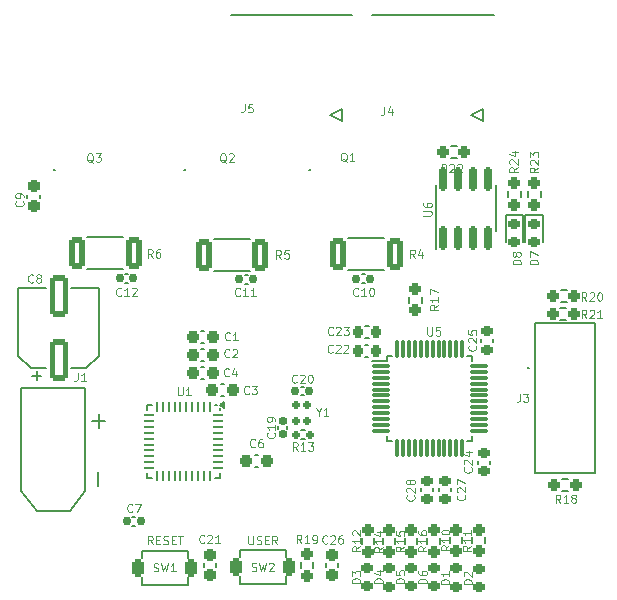
<source format=gto>
%TF.GenerationSoftware,KiCad,Pcbnew,8.0.4-8.0.4-0~ubuntu22.04.1*%
%TF.CreationDate,2024-08-14T23:11:35+09:00*%
%TF.ProjectId,motor_driver,6d6f746f-725f-4647-9269-7665722e6b69,rev?*%
%TF.SameCoordinates,Original*%
%TF.FileFunction,Legend,Top*%
%TF.FilePolarity,Positive*%
%FSLAX46Y46*%
G04 Gerber Fmt 4.6, Leading zero omitted, Abs format (unit mm)*
G04 Created by KiCad (PCBNEW 8.0.4-8.0.4-0~ubuntu22.04.1) date 2024-08-14 23:11:35*
%MOMM*%
%LPD*%
G01*
G04 APERTURE LIST*
G04 Aperture macros list*
%AMRoundRect*
0 Rectangle with rounded corners*
0 $1 Rounding radius*
0 $2 $3 $4 $5 $6 $7 $8 $9 X,Y pos of 4 corners*
0 Add a 4 corners polygon primitive as box body*
4,1,4,$2,$3,$4,$5,$6,$7,$8,$9,$2,$3,0*
0 Add four circle primitives for the rounded corners*
1,1,$1+$1,$2,$3*
1,1,$1+$1,$4,$5*
1,1,$1+$1,$6,$7*
1,1,$1+$1,$8,$9*
0 Add four rect primitives between the rounded corners*
20,1,$1+$1,$2,$3,$4,$5,0*
20,1,$1+$1,$4,$5,$6,$7,0*
20,1,$1+$1,$6,$7,$8,$9,0*
20,1,$1+$1,$8,$9,$2,$3,0*%
G04 Aperture macros list end*
%ADD10C,0.100000*%
%ADD11C,0.150000*%
%ADD12C,1.070000*%
%ADD13RoundRect,0.218750X0.256250X-0.218750X0.256250X0.218750X-0.256250X0.218750X-0.256250X-0.218750X0*%
%ADD14R,0.800000X2.900000*%
%ADD15R,1.800000X3.800000*%
%ADD16RoundRect,0.237500X-0.300000X-0.237500X0.300000X-0.237500X0.300000X0.237500X-0.300000X0.237500X0*%
%ADD17RoundRect,0.249999X-0.450001X-1.075001X0.450001X-1.075001X0.450001X1.075001X-0.450001X1.075001X0*%
%ADD18RoundRect,0.075000X-0.662500X-0.075000X0.662500X-0.075000X0.662500X0.075000X-0.662500X0.075000X0*%
%ADD19RoundRect,0.075000X-0.075000X-0.662500X0.075000X-0.662500X0.075000X0.662500X-0.075000X0.662500X0*%
%ADD20C,3.600000*%
%ADD21C,6.400000*%
%ADD22RoundRect,0.155000X0.212500X0.155000X-0.212500X0.155000X-0.212500X-0.155000X0.212500X-0.155000X0*%
%ADD23RoundRect,0.155000X-0.212500X-0.155000X0.212500X-0.155000X0.212500X0.155000X-0.212500X0.155000X0*%
%ADD24RoundRect,0.225000X-0.250000X0.225000X-0.250000X-0.225000X0.250000X-0.225000X0.250000X0.225000X0*%
%ADD25RoundRect,0.160000X0.197500X0.160000X-0.197500X0.160000X-0.197500X-0.160000X0.197500X-0.160000X0*%
%ADD26R,3.800000X3.800000*%
%ADD27C,4.000000*%
%ADD28RoundRect,0.237500X-0.250000X-0.237500X0.250000X-0.237500X0.250000X0.237500X-0.250000X0.237500X0*%
%ADD29RoundRect,0.237500X0.237500X-0.250000X0.237500X0.250000X-0.237500X0.250000X-0.237500X-0.250000X0*%
%ADD30RoundRect,0.175000X0.175000X-0.200000X0.175000X0.200000X-0.175000X0.200000X-0.175000X-0.200000X0*%
%ADD31RoundRect,0.262500X-0.262500X-0.537500X0.262500X-0.537500X0.262500X0.537500X-0.262500X0.537500X0*%
%ADD32R,0.800000X0.750000*%
%ADD33R,2.400000X4.200000*%
%ADD34R,0.750000X4.200000*%
%ADD35R,0.550000X3.280000*%
%ADD36RoundRect,0.150000X0.150000X-0.825000X0.150000X0.825000X-0.150000X0.825000X-0.150000X-0.825000X0*%
%ADD37RoundRect,0.237500X-0.237500X0.250000X-0.237500X-0.250000X0.237500X-0.250000X0.237500X0.250000X0*%
%ADD38RoundRect,0.237500X0.237500X-0.300000X0.237500X0.300000X-0.237500X0.300000X-0.237500X-0.300000X0*%
%ADD39RoundRect,0.225000X0.250000X-0.225000X0.250000X0.225000X-0.250000X0.225000X-0.250000X-0.225000X0*%
%ADD40RoundRect,0.262500X0.262500X0.537500X-0.262500X0.537500X-0.262500X-0.537500X0.262500X-0.537500X0*%
%ADD41RoundRect,0.155000X0.155000X-0.212500X0.155000X0.212500X-0.155000X0.212500X-0.155000X-0.212500X0*%
%ADD42RoundRect,0.250000X0.550000X-1.500000X0.550000X1.500000X-0.550000X1.500000X-0.550000X-1.500000X0*%
%ADD43RoundRect,0.237500X0.300000X0.237500X-0.300000X0.237500X-0.300000X-0.237500X0.300000X-0.237500X0*%
%ADD44RoundRect,0.225000X0.225000X0.250000X-0.225000X0.250000X-0.225000X-0.250000X0.225000X-0.250000X0*%
%ADD45RoundRect,0.249999X0.450001X1.075001X-0.450001X1.075001X-0.450001X-1.075001X0.450001X-1.075001X0*%
%ADD46RoundRect,0.062500X-0.062500X0.350000X-0.062500X-0.350000X0.062500X-0.350000X0.062500X0.350000X0*%
%ADD47RoundRect,0.062500X-0.350000X0.062500X-0.350000X-0.062500X0.350000X-0.062500X0.350000X0.062500X0*%
%ADD48C,0.508000*%
%ADD49R,4.600000X4.600000*%
%ADD50RoundRect,0.218750X-0.256250X0.218750X-0.256250X-0.218750X0.256250X-0.218750X0.256250X0.218750X0*%
%ADD51RoundRect,0.237500X-0.237500X0.300000X-0.237500X-0.300000X0.237500X-0.300000X0.237500X0.300000X0*%
G04 APERTURE END LIST*
D10*
X119948633Y-123526666D02*
X119248633Y-123526666D01*
X119248633Y-123526666D02*
X119248633Y-123359999D01*
X119248633Y-123359999D02*
X119281966Y-123259999D01*
X119281966Y-123259999D02*
X119348633Y-123193333D01*
X119348633Y-123193333D02*
X119415300Y-123159999D01*
X119415300Y-123159999D02*
X119548633Y-123126666D01*
X119548633Y-123126666D02*
X119648633Y-123126666D01*
X119648633Y-123126666D02*
X119781966Y-123159999D01*
X119781966Y-123159999D02*
X119848633Y-123193333D01*
X119848633Y-123193333D02*
X119915300Y-123259999D01*
X119915300Y-123259999D02*
X119948633Y-123359999D01*
X119948633Y-123359999D02*
X119948633Y-123526666D01*
X119248633Y-122893333D02*
X119248633Y-122459999D01*
X119248633Y-122459999D02*
X119515300Y-122693333D01*
X119515300Y-122693333D02*
X119515300Y-122593333D01*
X119515300Y-122593333D02*
X119548633Y-122526666D01*
X119548633Y-122526666D02*
X119581966Y-122493333D01*
X119581966Y-122493333D02*
X119648633Y-122459999D01*
X119648633Y-122459999D02*
X119815300Y-122459999D01*
X119815300Y-122459999D02*
X119881966Y-122493333D01*
X119881966Y-122493333D02*
X119915300Y-122526666D01*
X119915300Y-122526666D02*
X119948633Y-122593333D01*
X119948633Y-122593333D02*
X119948633Y-122793333D01*
X119948633Y-122793333D02*
X119915300Y-122859999D01*
X119915300Y-122859999D02*
X119881966Y-122893333D01*
X121838633Y-123526666D02*
X121138633Y-123526666D01*
X121138633Y-123526666D02*
X121138633Y-123359999D01*
X121138633Y-123359999D02*
X121171966Y-123259999D01*
X121171966Y-123259999D02*
X121238633Y-123193333D01*
X121238633Y-123193333D02*
X121305300Y-123159999D01*
X121305300Y-123159999D02*
X121438633Y-123126666D01*
X121438633Y-123126666D02*
X121538633Y-123126666D01*
X121538633Y-123126666D02*
X121671966Y-123159999D01*
X121671966Y-123159999D02*
X121738633Y-123193333D01*
X121738633Y-123193333D02*
X121805300Y-123259999D01*
X121805300Y-123259999D02*
X121838633Y-123359999D01*
X121838633Y-123359999D02*
X121838633Y-123526666D01*
X121371966Y-122526666D02*
X121838633Y-122526666D01*
X121105300Y-122693333D02*
X121605300Y-122859999D01*
X121605300Y-122859999D02*
X121605300Y-122426666D01*
X123678633Y-123505766D02*
X122978633Y-123505766D01*
X122978633Y-123505766D02*
X122978633Y-123339099D01*
X122978633Y-123339099D02*
X123011966Y-123239099D01*
X123011966Y-123239099D02*
X123078633Y-123172433D01*
X123078633Y-123172433D02*
X123145300Y-123139099D01*
X123145300Y-123139099D02*
X123278633Y-123105766D01*
X123278633Y-123105766D02*
X123378633Y-123105766D01*
X123378633Y-123105766D02*
X123511966Y-123139099D01*
X123511966Y-123139099D02*
X123578633Y-123172433D01*
X123578633Y-123172433D02*
X123645300Y-123239099D01*
X123645300Y-123239099D02*
X123678633Y-123339099D01*
X123678633Y-123339099D02*
X123678633Y-123505766D01*
X122978633Y-122472433D02*
X122978633Y-122805766D01*
X122978633Y-122805766D02*
X123311966Y-122839099D01*
X123311966Y-122839099D02*
X123278633Y-122805766D01*
X123278633Y-122805766D02*
X123245300Y-122739099D01*
X123245300Y-122739099D02*
X123245300Y-122572433D01*
X123245300Y-122572433D02*
X123278633Y-122505766D01*
X123278633Y-122505766D02*
X123311966Y-122472433D01*
X123311966Y-122472433D02*
X123378633Y-122439099D01*
X123378633Y-122439099D02*
X123545300Y-122439099D01*
X123545300Y-122439099D02*
X123611966Y-122472433D01*
X123611966Y-122472433D02*
X123645300Y-122505766D01*
X123645300Y-122505766D02*
X123678633Y-122572433D01*
X123678633Y-122572433D02*
X123678633Y-122739099D01*
X123678633Y-122739099D02*
X123645300Y-122805766D01*
X123645300Y-122805766D02*
X123611966Y-122839099D01*
X125568633Y-123537166D02*
X124868633Y-123537166D01*
X124868633Y-123537166D02*
X124868633Y-123370499D01*
X124868633Y-123370499D02*
X124901966Y-123270499D01*
X124901966Y-123270499D02*
X124968633Y-123203833D01*
X124968633Y-123203833D02*
X125035300Y-123170499D01*
X125035300Y-123170499D02*
X125168633Y-123137166D01*
X125168633Y-123137166D02*
X125268633Y-123137166D01*
X125268633Y-123137166D02*
X125401966Y-123170499D01*
X125401966Y-123170499D02*
X125468633Y-123203833D01*
X125468633Y-123203833D02*
X125535300Y-123270499D01*
X125535300Y-123270499D02*
X125568633Y-123370499D01*
X125568633Y-123370499D02*
X125568633Y-123537166D01*
X124868633Y-122537166D02*
X124868633Y-122670499D01*
X124868633Y-122670499D02*
X124901966Y-122737166D01*
X124901966Y-122737166D02*
X124935300Y-122770499D01*
X124935300Y-122770499D02*
X125035300Y-122837166D01*
X125035300Y-122837166D02*
X125168633Y-122870499D01*
X125168633Y-122870499D02*
X125435300Y-122870499D01*
X125435300Y-122870499D02*
X125501966Y-122837166D01*
X125501966Y-122837166D02*
X125535300Y-122803833D01*
X125535300Y-122803833D02*
X125568633Y-122737166D01*
X125568633Y-122737166D02*
X125568633Y-122603833D01*
X125568633Y-122603833D02*
X125535300Y-122537166D01*
X125535300Y-122537166D02*
X125501966Y-122503833D01*
X125501966Y-122503833D02*
X125435300Y-122470499D01*
X125435300Y-122470499D02*
X125268633Y-122470499D01*
X125268633Y-122470499D02*
X125201966Y-122503833D01*
X125201966Y-122503833D02*
X125168633Y-122537166D01*
X125168633Y-122537166D02*
X125135300Y-122603833D01*
X125135300Y-122603833D02*
X125135300Y-122737166D01*
X125135300Y-122737166D02*
X125168633Y-122803833D01*
X125168633Y-122803833D02*
X125201966Y-122837166D01*
X125201966Y-122837166D02*
X125268633Y-122870499D01*
X127488633Y-123594966D02*
X126788633Y-123594966D01*
X126788633Y-123594966D02*
X126788633Y-123428299D01*
X126788633Y-123428299D02*
X126821966Y-123328299D01*
X126821966Y-123328299D02*
X126888633Y-123261633D01*
X126888633Y-123261633D02*
X126955300Y-123228299D01*
X126955300Y-123228299D02*
X127088633Y-123194966D01*
X127088633Y-123194966D02*
X127188633Y-123194966D01*
X127188633Y-123194966D02*
X127321966Y-123228299D01*
X127321966Y-123228299D02*
X127388633Y-123261633D01*
X127388633Y-123261633D02*
X127455300Y-123328299D01*
X127455300Y-123328299D02*
X127488633Y-123428299D01*
X127488633Y-123428299D02*
X127488633Y-123594966D01*
X127488633Y-122528299D02*
X127488633Y-122928299D01*
X127488633Y-122728299D02*
X126788633Y-122728299D01*
X126788633Y-122728299D02*
X126888633Y-122794966D01*
X126888633Y-122794966D02*
X126955300Y-122861633D01*
X126955300Y-122861633D02*
X126988633Y-122928299D01*
X129388633Y-123611666D02*
X128688633Y-123611666D01*
X128688633Y-123611666D02*
X128688633Y-123444999D01*
X128688633Y-123444999D02*
X128721966Y-123344999D01*
X128721966Y-123344999D02*
X128788633Y-123278333D01*
X128788633Y-123278333D02*
X128855300Y-123244999D01*
X128855300Y-123244999D02*
X128988633Y-123211666D01*
X128988633Y-123211666D02*
X129088633Y-123211666D01*
X129088633Y-123211666D02*
X129221966Y-123244999D01*
X129221966Y-123244999D02*
X129288633Y-123278333D01*
X129288633Y-123278333D02*
X129355300Y-123344999D01*
X129355300Y-123344999D02*
X129388633Y-123444999D01*
X129388633Y-123444999D02*
X129388633Y-123611666D01*
X128755300Y-122944999D02*
X128721966Y-122911666D01*
X128721966Y-122911666D02*
X128688633Y-122844999D01*
X128688633Y-122844999D02*
X128688633Y-122678333D01*
X128688633Y-122678333D02*
X128721966Y-122611666D01*
X128721966Y-122611666D02*
X128755300Y-122578333D01*
X128755300Y-122578333D02*
X128821966Y-122544999D01*
X128821966Y-122544999D02*
X128888633Y-122544999D01*
X128888633Y-122544999D02*
X128988633Y-122578333D01*
X128988633Y-122578333D02*
X129388633Y-122978333D01*
X129388633Y-122978333D02*
X129388633Y-122544999D01*
X110151666Y-82978633D02*
X110151666Y-83478633D01*
X110151666Y-83478633D02*
X110118333Y-83578633D01*
X110118333Y-83578633D02*
X110051666Y-83645300D01*
X110051666Y-83645300D02*
X109951666Y-83678633D01*
X109951666Y-83678633D02*
X109885000Y-83678633D01*
X110818333Y-82978633D02*
X110484999Y-82978633D01*
X110484999Y-82978633D02*
X110451666Y-83311966D01*
X110451666Y-83311966D02*
X110484999Y-83278633D01*
X110484999Y-83278633D02*
X110551666Y-83245300D01*
X110551666Y-83245300D02*
X110718333Y-83245300D01*
X110718333Y-83245300D02*
X110784999Y-83278633D01*
X110784999Y-83278633D02*
X110818333Y-83311966D01*
X110818333Y-83311966D02*
X110851666Y-83378633D01*
X110851666Y-83378633D02*
X110851666Y-83545300D01*
X110851666Y-83545300D02*
X110818333Y-83611966D01*
X110818333Y-83611966D02*
X110784999Y-83645300D01*
X110784999Y-83645300D02*
X110718333Y-83678633D01*
X110718333Y-83678633D02*
X110551666Y-83678633D01*
X110551666Y-83678633D02*
X110484999Y-83645300D01*
X110484999Y-83645300D02*
X110451666Y-83611966D01*
X108823333Y-105961966D02*
X108790000Y-105995300D01*
X108790000Y-105995300D02*
X108690000Y-106028633D01*
X108690000Y-106028633D02*
X108623333Y-106028633D01*
X108623333Y-106028633D02*
X108523333Y-105995300D01*
X108523333Y-105995300D02*
X108456667Y-105928633D01*
X108456667Y-105928633D02*
X108423333Y-105861966D01*
X108423333Y-105861966D02*
X108390000Y-105728633D01*
X108390000Y-105728633D02*
X108390000Y-105628633D01*
X108390000Y-105628633D02*
X108423333Y-105495300D01*
X108423333Y-105495300D02*
X108456667Y-105428633D01*
X108456667Y-105428633D02*
X108523333Y-105361966D01*
X108523333Y-105361966D02*
X108623333Y-105328633D01*
X108623333Y-105328633D02*
X108690000Y-105328633D01*
X108690000Y-105328633D02*
X108790000Y-105361966D01*
X108790000Y-105361966D02*
X108823333Y-105395300D01*
X109423333Y-105561966D02*
X109423333Y-106028633D01*
X109256667Y-105295300D02*
X109090000Y-105795300D01*
X109090000Y-105795300D02*
X109523333Y-105795300D01*
X102363333Y-95958633D02*
X102130000Y-95625300D01*
X101963333Y-95958633D02*
X101963333Y-95258633D01*
X101963333Y-95258633D02*
X102230000Y-95258633D01*
X102230000Y-95258633D02*
X102296667Y-95291966D01*
X102296667Y-95291966D02*
X102330000Y-95325300D01*
X102330000Y-95325300D02*
X102363333Y-95391966D01*
X102363333Y-95391966D02*
X102363333Y-95491966D01*
X102363333Y-95491966D02*
X102330000Y-95558633D01*
X102330000Y-95558633D02*
X102296667Y-95591966D01*
X102296667Y-95591966D02*
X102230000Y-95625300D01*
X102230000Y-95625300D02*
X101963333Y-95625300D01*
X102963333Y-95258633D02*
X102830000Y-95258633D01*
X102830000Y-95258633D02*
X102763333Y-95291966D01*
X102763333Y-95291966D02*
X102730000Y-95325300D01*
X102730000Y-95325300D02*
X102663333Y-95425300D01*
X102663333Y-95425300D02*
X102630000Y-95558633D01*
X102630000Y-95558633D02*
X102630000Y-95825300D01*
X102630000Y-95825300D02*
X102663333Y-95891966D01*
X102663333Y-95891966D02*
X102696667Y-95925300D01*
X102696667Y-95925300D02*
X102763333Y-95958633D01*
X102763333Y-95958633D02*
X102896667Y-95958633D01*
X102896667Y-95958633D02*
X102963333Y-95925300D01*
X102963333Y-95925300D02*
X102996667Y-95891966D01*
X102996667Y-95891966D02*
X103030000Y-95825300D01*
X103030000Y-95825300D02*
X103030000Y-95658633D01*
X103030000Y-95658633D02*
X102996667Y-95591966D01*
X102996667Y-95591966D02*
X102963333Y-95558633D01*
X102963333Y-95558633D02*
X102896667Y-95525300D01*
X102896667Y-95525300D02*
X102763333Y-95525300D01*
X102763333Y-95525300D02*
X102696667Y-95558633D01*
X102696667Y-95558633D02*
X102663333Y-95591966D01*
X102663333Y-95591966D02*
X102630000Y-95658633D01*
X125626666Y-101868633D02*
X125626666Y-102435300D01*
X125626666Y-102435300D02*
X125660000Y-102501966D01*
X125660000Y-102501966D02*
X125693333Y-102535300D01*
X125693333Y-102535300D02*
X125760000Y-102568633D01*
X125760000Y-102568633D02*
X125893333Y-102568633D01*
X125893333Y-102568633D02*
X125960000Y-102535300D01*
X125960000Y-102535300D02*
X125993333Y-102501966D01*
X125993333Y-102501966D02*
X126026666Y-102435300D01*
X126026666Y-102435300D02*
X126026666Y-101868633D01*
X126693333Y-101868633D02*
X126359999Y-101868633D01*
X126359999Y-101868633D02*
X126326666Y-102201966D01*
X126326666Y-102201966D02*
X126359999Y-102168633D01*
X126359999Y-102168633D02*
X126426666Y-102135300D01*
X126426666Y-102135300D02*
X126593333Y-102135300D01*
X126593333Y-102135300D02*
X126659999Y-102168633D01*
X126659999Y-102168633D02*
X126693333Y-102201966D01*
X126693333Y-102201966D02*
X126726666Y-102268633D01*
X126726666Y-102268633D02*
X126726666Y-102435300D01*
X126726666Y-102435300D02*
X126693333Y-102501966D01*
X126693333Y-102501966D02*
X126659999Y-102535300D01*
X126659999Y-102535300D02*
X126593333Y-102568633D01*
X126593333Y-102568633D02*
X126426666Y-102568633D01*
X126426666Y-102568633D02*
X126359999Y-102535300D01*
X126359999Y-102535300D02*
X126326666Y-102501966D01*
X108913333Y-102911966D02*
X108880000Y-102945300D01*
X108880000Y-102945300D02*
X108780000Y-102978633D01*
X108780000Y-102978633D02*
X108713333Y-102978633D01*
X108713333Y-102978633D02*
X108613333Y-102945300D01*
X108613333Y-102945300D02*
X108546667Y-102878633D01*
X108546667Y-102878633D02*
X108513333Y-102811966D01*
X108513333Y-102811966D02*
X108480000Y-102678633D01*
X108480000Y-102678633D02*
X108480000Y-102578633D01*
X108480000Y-102578633D02*
X108513333Y-102445300D01*
X108513333Y-102445300D02*
X108546667Y-102378633D01*
X108546667Y-102378633D02*
X108613333Y-102311966D01*
X108613333Y-102311966D02*
X108713333Y-102278633D01*
X108713333Y-102278633D02*
X108780000Y-102278633D01*
X108780000Y-102278633D02*
X108880000Y-102311966D01*
X108880000Y-102311966D02*
X108913333Y-102345300D01*
X109580000Y-102978633D02*
X109180000Y-102978633D01*
X109380000Y-102978633D02*
X109380000Y-102278633D01*
X109380000Y-102278633D02*
X109313333Y-102378633D01*
X109313333Y-102378633D02*
X109246667Y-102445300D01*
X109246667Y-102445300D02*
X109180000Y-102478633D01*
X99699999Y-99141966D02*
X99666666Y-99175300D01*
X99666666Y-99175300D02*
X99566666Y-99208633D01*
X99566666Y-99208633D02*
X99499999Y-99208633D01*
X99499999Y-99208633D02*
X99399999Y-99175300D01*
X99399999Y-99175300D02*
X99333333Y-99108633D01*
X99333333Y-99108633D02*
X99299999Y-99041966D01*
X99299999Y-99041966D02*
X99266666Y-98908633D01*
X99266666Y-98908633D02*
X99266666Y-98808633D01*
X99266666Y-98808633D02*
X99299999Y-98675300D01*
X99299999Y-98675300D02*
X99333333Y-98608633D01*
X99333333Y-98608633D02*
X99399999Y-98541966D01*
X99399999Y-98541966D02*
X99499999Y-98508633D01*
X99499999Y-98508633D02*
X99566666Y-98508633D01*
X99566666Y-98508633D02*
X99666666Y-98541966D01*
X99666666Y-98541966D02*
X99699999Y-98575300D01*
X100366666Y-99208633D02*
X99966666Y-99208633D01*
X100166666Y-99208633D02*
X100166666Y-98508633D01*
X100166666Y-98508633D02*
X100099999Y-98608633D01*
X100099999Y-98608633D02*
X100033333Y-98675300D01*
X100033333Y-98675300D02*
X99966666Y-98708633D01*
X100633333Y-98575300D02*
X100666666Y-98541966D01*
X100666666Y-98541966D02*
X100733333Y-98508633D01*
X100733333Y-98508633D02*
X100900000Y-98508633D01*
X100900000Y-98508633D02*
X100966666Y-98541966D01*
X100966666Y-98541966D02*
X101000000Y-98575300D01*
X101000000Y-98575300D02*
X101033333Y-98641966D01*
X101033333Y-98641966D02*
X101033333Y-98708633D01*
X101033333Y-98708633D02*
X101000000Y-98808633D01*
X101000000Y-98808633D02*
X100600000Y-99208633D01*
X100600000Y-99208633D02*
X101033333Y-99208633D01*
X119769999Y-99151966D02*
X119736666Y-99185300D01*
X119736666Y-99185300D02*
X119636666Y-99218633D01*
X119636666Y-99218633D02*
X119569999Y-99218633D01*
X119569999Y-99218633D02*
X119469999Y-99185300D01*
X119469999Y-99185300D02*
X119403333Y-99118633D01*
X119403333Y-99118633D02*
X119369999Y-99051966D01*
X119369999Y-99051966D02*
X119336666Y-98918633D01*
X119336666Y-98918633D02*
X119336666Y-98818633D01*
X119336666Y-98818633D02*
X119369999Y-98685300D01*
X119369999Y-98685300D02*
X119403333Y-98618633D01*
X119403333Y-98618633D02*
X119469999Y-98551966D01*
X119469999Y-98551966D02*
X119569999Y-98518633D01*
X119569999Y-98518633D02*
X119636666Y-98518633D01*
X119636666Y-98518633D02*
X119736666Y-98551966D01*
X119736666Y-98551966D02*
X119769999Y-98585300D01*
X120436666Y-99218633D02*
X120036666Y-99218633D01*
X120236666Y-99218633D02*
X120236666Y-98518633D01*
X120236666Y-98518633D02*
X120169999Y-98618633D01*
X120169999Y-98618633D02*
X120103333Y-98685300D01*
X120103333Y-98685300D02*
X120036666Y-98718633D01*
X120870000Y-98518633D02*
X120936666Y-98518633D01*
X120936666Y-98518633D02*
X121003333Y-98551966D01*
X121003333Y-98551966D02*
X121036666Y-98585300D01*
X121036666Y-98585300D02*
X121070000Y-98651966D01*
X121070000Y-98651966D02*
X121103333Y-98785300D01*
X121103333Y-98785300D02*
X121103333Y-98951966D01*
X121103333Y-98951966D02*
X121070000Y-99085300D01*
X121070000Y-99085300D02*
X121036666Y-99151966D01*
X121036666Y-99151966D02*
X121003333Y-99185300D01*
X121003333Y-99185300D02*
X120936666Y-99218633D01*
X120936666Y-99218633D02*
X120870000Y-99218633D01*
X120870000Y-99218633D02*
X120803333Y-99185300D01*
X120803333Y-99185300D02*
X120770000Y-99151966D01*
X120770000Y-99151966D02*
X120736666Y-99085300D01*
X120736666Y-99085300D02*
X120703333Y-98951966D01*
X120703333Y-98951966D02*
X120703333Y-98785300D01*
X120703333Y-98785300D02*
X120736666Y-98651966D01*
X120736666Y-98651966D02*
X120770000Y-98585300D01*
X120770000Y-98585300D02*
X120803333Y-98551966D01*
X120803333Y-98551966D02*
X120870000Y-98518633D01*
X121961866Y-83188633D02*
X121961866Y-83688633D01*
X121961866Y-83688633D02*
X121928533Y-83788633D01*
X121928533Y-83788633D02*
X121861866Y-83855300D01*
X121861866Y-83855300D02*
X121761866Y-83888633D01*
X121761866Y-83888633D02*
X121695200Y-83888633D01*
X122595199Y-83421966D02*
X122595199Y-83888633D01*
X122428533Y-83155300D02*
X122261866Y-83655300D01*
X122261866Y-83655300D02*
X122695199Y-83655300D01*
X128771966Y-116075000D02*
X128805300Y-116108333D01*
X128805300Y-116108333D02*
X128838633Y-116208333D01*
X128838633Y-116208333D02*
X128838633Y-116275000D01*
X128838633Y-116275000D02*
X128805300Y-116375000D01*
X128805300Y-116375000D02*
X128738633Y-116441667D01*
X128738633Y-116441667D02*
X128671966Y-116475000D01*
X128671966Y-116475000D02*
X128538633Y-116508333D01*
X128538633Y-116508333D02*
X128438633Y-116508333D01*
X128438633Y-116508333D02*
X128305300Y-116475000D01*
X128305300Y-116475000D02*
X128238633Y-116441667D01*
X128238633Y-116441667D02*
X128171966Y-116375000D01*
X128171966Y-116375000D02*
X128138633Y-116275000D01*
X128138633Y-116275000D02*
X128138633Y-116208333D01*
X128138633Y-116208333D02*
X128171966Y-116108333D01*
X128171966Y-116108333D02*
X128205300Y-116075000D01*
X128205300Y-115808333D02*
X128171966Y-115775000D01*
X128171966Y-115775000D02*
X128138633Y-115708333D01*
X128138633Y-115708333D02*
X128138633Y-115541667D01*
X128138633Y-115541667D02*
X128171966Y-115475000D01*
X128171966Y-115475000D02*
X128205300Y-115441667D01*
X128205300Y-115441667D02*
X128271966Y-115408333D01*
X128271966Y-115408333D02*
X128338633Y-115408333D01*
X128338633Y-115408333D02*
X128438633Y-115441667D01*
X128438633Y-115441667D02*
X128838633Y-115841667D01*
X128838633Y-115841667D02*
X128838633Y-115408333D01*
X128138633Y-115175000D02*
X128138633Y-114708333D01*
X128138633Y-114708333D02*
X128838633Y-115008333D01*
X114639999Y-112318633D02*
X114406666Y-111985300D01*
X114239999Y-112318633D02*
X114239999Y-111618633D01*
X114239999Y-111618633D02*
X114506666Y-111618633D01*
X114506666Y-111618633D02*
X114573333Y-111651966D01*
X114573333Y-111651966D02*
X114606666Y-111685300D01*
X114606666Y-111685300D02*
X114639999Y-111751966D01*
X114639999Y-111751966D02*
X114639999Y-111851966D01*
X114639999Y-111851966D02*
X114606666Y-111918633D01*
X114606666Y-111918633D02*
X114573333Y-111951966D01*
X114573333Y-111951966D02*
X114506666Y-111985300D01*
X114506666Y-111985300D02*
X114239999Y-111985300D01*
X115306666Y-112318633D02*
X114906666Y-112318633D01*
X115106666Y-112318633D02*
X115106666Y-111618633D01*
X115106666Y-111618633D02*
X115039999Y-111718633D01*
X115039999Y-111718633D02*
X114973333Y-111785300D01*
X114973333Y-111785300D02*
X114906666Y-111818633D01*
X115540000Y-111618633D02*
X115973333Y-111618633D01*
X115973333Y-111618633D02*
X115740000Y-111885300D01*
X115740000Y-111885300D02*
X115840000Y-111885300D01*
X115840000Y-111885300D02*
X115906666Y-111918633D01*
X115906666Y-111918633D02*
X115940000Y-111951966D01*
X115940000Y-111951966D02*
X115973333Y-112018633D01*
X115973333Y-112018633D02*
X115973333Y-112185300D01*
X115973333Y-112185300D02*
X115940000Y-112251966D01*
X115940000Y-112251966D02*
X115906666Y-112285300D01*
X115906666Y-112285300D02*
X115840000Y-112318633D01*
X115840000Y-112318633D02*
X115640000Y-112318633D01*
X115640000Y-112318633D02*
X115573333Y-112285300D01*
X115573333Y-112285300D02*
X115540000Y-112251966D01*
X96016666Y-105708633D02*
X96016666Y-106208633D01*
X96016666Y-106208633D02*
X95983333Y-106308633D01*
X95983333Y-106308633D02*
X95916666Y-106375300D01*
X95916666Y-106375300D02*
X95816666Y-106408633D01*
X95816666Y-106408633D02*
X95750000Y-106408633D01*
X96716666Y-106408633D02*
X96316666Y-106408633D01*
X96516666Y-106408633D02*
X96516666Y-105708633D01*
X96516666Y-105708633D02*
X96449999Y-105808633D01*
X96449999Y-105808633D02*
X96383333Y-105875300D01*
X96383333Y-105875300D02*
X96316666Y-105908633D01*
D11*
X97724700Y-115291428D02*
X97724700Y-114148571D01*
X97784700Y-110371428D02*
X97784700Y-109228571D01*
X98356128Y-109799999D02*
X97213271Y-109799999D01*
D10*
X139095849Y-101105783D02*
X138862516Y-100772450D01*
X138695849Y-101105783D02*
X138695849Y-100405783D01*
X138695849Y-100405783D02*
X138962516Y-100405783D01*
X138962516Y-100405783D02*
X139029183Y-100439116D01*
X139029183Y-100439116D02*
X139062516Y-100472450D01*
X139062516Y-100472450D02*
X139095849Y-100539116D01*
X139095849Y-100539116D02*
X139095849Y-100639116D01*
X139095849Y-100639116D02*
X139062516Y-100705783D01*
X139062516Y-100705783D02*
X139029183Y-100739116D01*
X139029183Y-100739116D02*
X138962516Y-100772450D01*
X138962516Y-100772450D02*
X138695849Y-100772450D01*
X139362516Y-100472450D02*
X139395849Y-100439116D01*
X139395849Y-100439116D02*
X139462516Y-100405783D01*
X139462516Y-100405783D02*
X139629183Y-100405783D01*
X139629183Y-100405783D02*
X139695849Y-100439116D01*
X139695849Y-100439116D02*
X139729183Y-100472450D01*
X139729183Y-100472450D02*
X139762516Y-100539116D01*
X139762516Y-100539116D02*
X139762516Y-100605783D01*
X139762516Y-100605783D02*
X139729183Y-100705783D01*
X139729183Y-100705783D02*
X139329183Y-101105783D01*
X139329183Y-101105783D02*
X139762516Y-101105783D01*
X140429183Y-101105783D02*
X140029183Y-101105783D01*
X140229183Y-101105783D02*
X140229183Y-100405783D01*
X140229183Y-100405783D02*
X140162516Y-100505783D01*
X140162516Y-100505783D02*
X140095850Y-100572450D01*
X140095850Y-100572450D02*
X140029183Y-100605783D01*
X135018633Y-88350000D02*
X134685300Y-88583333D01*
X135018633Y-88750000D02*
X134318633Y-88750000D01*
X134318633Y-88750000D02*
X134318633Y-88483333D01*
X134318633Y-88483333D02*
X134351966Y-88416667D01*
X134351966Y-88416667D02*
X134385300Y-88383333D01*
X134385300Y-88383333D02*
X134451966Y-88350000D01*
X134451966Y-88350000D02*
X134551966Y-88350000D01*
X134551966Y-88350000D02*
X134618633Y-88383333D01*
X134618633Y-88383333D02*
X134651966Y-88416667D01*
X134651966Y-88416667D02*
X134685300Y-88483333D01*
X134685300Y-88483333D02*
X134685300Y-88750000D01*
X134385300Y-88083333D02*
X134351966Y-88050000D01*
X134351966Y-88050000D02*
X134318633Y-87983333D01*
X134318633Y-87983333D02*
X134318633Y-87816667D01*
X134318633Y-87816667D02*
X134351966Y-87750000D01*
X134351966Y-87750000D02*
X134385300Y-87716667D01*
X134385300Y-87716667D02*
X134451966Y-87683333D01*
X134451966Y-87683333D02*
X134518633Y-87683333D01*
X134518633Y-87683333D02*
X134618633Y-87716667D01*
X134618633Y-87716667D02*
X135018633Y-88116667D01*
X135018633Y-88116667D02*
X135018633Y-87683333D01*
X134318633Y-87450000D02*
X134318633Y-87016666D01*
X134318633Y-87016666D02*
X134585300Y-87250000D01*
X134585300Y-87250000D02*
X134585300Y-87150000D01*
X134585300Y-87150000D02*
X134618633Y-87083333D01*
X134618633Y-87083333D02*
X134651966Y-87050000D01*
X134651966Y-87050000D02*
X134718633Y-87016666D01*
X134718633Y-87016666D02*
X134885300Y-87016666D01*
X134885300Y-87016666D02*
X134951966Y-87050000D01*
X134951966Y-87050000D02*
X134985300Y-87083333D01*
X134985300Y-87083333D02*
X135018633Y-87150000D01*
X135018633Y-87150000D02*
X135018633Y-87350000D01*
X135018633Y-87350000D02*
X134985300Y-87416666D01*
X134985300Y-87416666D02*
X134951966Y-87450000D01*
X114579999Y-106501966D02*
X114546666Y-106535300D01*
X114546666Y-106535300D02*
X114446666Y-106568633D01*
X114446666Y-106568633D02*
X114379999Y-106568633D01*
X114379999Y-106568633D02*
X114279999Y-106535300D01*
X114279999Y-106535300D02*
X114213333Y-106468633D01*
X114213333Y-106468633D02*
X114179999Y-106401966D01*
X114179999Y-106401966D02*
X114146666Y-106268633D01*
X114146666Y-106268633D02*
X114146666Y-106168633D01*
X114146666Y-106168633D02*
X114179999Y-106035300D01*
X114179999Y-106035300D02*
X114213333Y-105968633D01*
X114213333Y-105968633D02*
X114279999Y-105901966D01*
X114279999Y-105901966D02*
X114379999Y-105868633D01*
X114379999Y-105868633D02*
X114446666Y-105868633D01*
X114446666Y-105868633D02*
X114546666Y-105901966D01*
X114546666Y-105901966D02*
X114579999Y-105935300D01*
X114846666Y-105935300D02*
X114879999Y-105901966D01*
X114879999Y-105901966D02*
X114946666Y-105868633D01*
X114946666Y-105868633D02*
X115113333Y-105868633D01*
X115113333Y-105868633D02*
X115179999Y-105901966D01*
X115179999Y-105901966D02*
X115213333Y-105935300D01*
X115213333Y-105935300D02*
X115246666Y-106001966D01*
X115246666Y-106001966D02*
X115246666Y-106068633D01*
X115246666Y-106068633D02*
X115213333Y-106168633D01*
X115213333Y-106168633D02*
X114813333Y-106568633D01*
X114813333Y-106568633D02*
X115246666Y-106568633D01*
X115680000Y-105868633D02*
X115746666Y-105868633D01*
X115746666Y-105868633D02*
X115813333Y-105901966D01*
X115813333Y-105901966D02*
X115846666Y-105935300D01*
X115846666Y-105935300D02*
X115880000Y-106001966D01*
X115880000Y-106001966D02*
X115913333Y-106135300D01*
X115913333Y-106135300D02*
X115913333Y-106301966D01*
X115913333Y-106301966D02*
X115880000Y-106435300D01*
X115880000Y-106435300D02*
X115846666Y-106501966D01*
X115846666Y-106501966D02*
X115813333Y-106535300D01*
X115813333Y-106535300D02*
X115746666Y-106568633D01*
X115746666Y-106568633D02*
X115680000Y-106568633D01*
X115680000Y-106568633D02*
X115613333Y-106535300D01*
X115613333Y-106535300D02*
X115580000Y-106501966D01*
X115580000Y-106501966D02*
X115546666Y-106435300D01*
X115546666Y-106435300D02*
X115513333Y-106301966D01*
X115513333Y-106301966D02*
X115513333Y-106135300D01*
X115513333Y-106135300D02*
X115546666Y-106001966D01*
X115546666Y-106001966D02*
X115580000Y-105935300D01*
X115580000Y-105935300D02*
X115613333Y-105901966D01*
X115613333Y-105901966D02*
X115680000Y-105868633D01*
X116414667Y-109070300D02*
X116414667Y-109403633D01*
X116181333Y-108703633D02*
X116414667Y-109070300D01*
X116414667Y-109070300D02*
X116648000Y-108703633D01*
X117248000Y-109403633D02*
X116848000Y-109403633D01*
X117048000Y-109403633D02*
X117048000Y-108703633D01*
X117048000Y-108703633D02*
X116981333Y-108803633D01*
X116981333Y-108803633D02*
X116914667Y-108870300D01*
X116914667Y-108870300D02*
X116848000Y-108903633D01*
X133275433Y-88325900D02*
X132942100Y-88559233D01*
X133275433Y-88725900D02*
X132575433Y-88725900D01*
X132575433Y-88725900D02*
X132575433Y-88459233D01*
X132575433Y-88459233D02*
X132608766Y-88392567D01*
X132608766Y-88392567D02*
X132642100Y-88359233D01*
X132642100Y-88359233D02*
X132708766Y-88325900D01*
X132708766Y-88325900D02*
X132808766Y-88325900D01*
X132808766Y-88325900D02*
X132875433Y-88359233D01*
X132875433Y-88359233D02*
X132908766Y-88392567D01*
X132908766Y-88392567D02*
X132942100Y-88459233D01*
X132942100Y-88459233D02*
X132942100Y-88725900D01*
X132642100Y-88059233D02*
X132608766Y-88025900D01*
X132608766Y-88025900D02*
X132575433Y-87959233D01*
X132575433Y-87959233D02*
X132575433Y-87792567D01*
X132575433Y-87792567D02*
X132608766Y-87725900D01*
X132608766Y-87725900D02*
X132642100Y-87692567D01*
X132642100Y-87692567D02*
X132708766Y-87659233D01*
X132708766Y-87659233D02*
X132775433Y-87659233D01*
X132775433Y-87659233D02*
X132875433Y-87692567D01*
X132875433Y-87692567D02*
X133275433Y-88092567D01*
X133275433Y-88092567D02*
X133275433Y-87659233D01*
X132808766Y-87059233D02*
X133275433Y-87059233D01*
X132542100Y-87225900D02*
X133042100Y-87392566D01*
X133042100Y-87392566D02*
X133042100Y-86959233D01*
X110746666Y-122465300D02*
X110846666Y-122498633D01*
X110846666Y-122498633D02*
X111013333Y-122498633D01*
X111013333Y-122498633D02*
X111079999Y-122465300D01*
X111079999Y-122465300D02*
X111113333Y-122431966D01*
X111113333Y-122431966D02*
X111146666Y-122365300D01*
X111146666Y-122365300D02*
X111146666Y-122298633D01*
X111146666Y-122298633D02*
X111113333Y-122231966D01*
X111113333Y-122231966D02*
X111079999Y-122198633D01*
X111079999Y-122198633D02*
X111013333Y-122165300D01*
X111013333Y-122165300D02*
X110879999Y-122131966D01*
X110879999Y-122131966D02*
X110813333Y-122098633D01*
X110813333Y-122098633D02*
X110779999Y-122065300D01*
X110779999Y-122065300D02*
X110746666Y-121998633D01*
X110746666Y-121998633D02*
X110746666Y-121931966D01*
X110746666Y-121931966D02*
X110779999Y-121865300D01*
X110779999Y-121865300D02*
X110813333Y-121831966D01*
X110813333Y-121831966D02*
X110879999Y-121798633D01*
X110879999Y-121798633D02*
X111046666Y-121798633D01*
X111046666Y-121798633D02*
X111146666Y-121831966D01*
X111380000Y-121798633D02*
X111546666Y-122498633D01*
X111546666Y-122498633D02*
X111680000Y-121998633D01*
X111680000Y-121998633D02*
X111813333Y-122498633D01*
X111813333Y-122498633D02*
X111980000Y-121798633D01*
X112213333Y-121865300D02*
X112246666Y-121831966D01*
X112246666Y-121831966D02*
X112313333Y-121798633D01*
X112313333Y-121798633D02*
X112480000Y-121798633D01*
X112480000Y-121798633D02*
X112546666Y-121831966D01*
X112546666Y-121831966D02*
X112580000Y-121865300D01*
X112580000Y-121865300D02*
X112613333Y-121931966D01*
X112613333Y-121931966D02*
X112613333Y-121998633D01*
X112613333Y-121998633D02*
X112580000Y-122098633D01*
X112580000Y-122098633D02*
X112180000Y-122498633D01*
X112180000Y-122498633D02*
X112613333Y-122498633D01*
X110480000Y-119538633D02*
X110480000Y-120105300D01*
X110480000Y-120105300D02*
X110513334Y-120171966D01*
X110513334Y-120171966D02*
X110546667Y-120205300D01*
X110546667Y-120205300D02*
X110613334Y-120238633D01*
X110613334Y-120238633D02*
X110746667Y-120238633D01*
X110746667Y-120238633D02*
X110813334Y-120205300D01*
X110813334Y-120205300D02*
X110846667Y-120171966D01*
X110846667Y-120171966D02*
X110880000Y-120105300D01*
X110880000Y-120105300D02*
X110880000Y-119538633D01*
X111180000Y-120205300D02*
X111280000Y-120238633D01*
X111280000Y-120238633D02*
X111446667Y-120238633D01*
X111446667Y-120238633D02*
X111513333Y-120205300D01*
X111513333Y-120205300D02*
X111546667Y-120171966D01*
X111546667Y-120171966D02*
X111580000Y-120105300D01*
X111580000Y-120105300D02*
X111580000Y-120038633D01*
X111580000Y-120038633D02*
X111546667Y-119971966D01*
X111546667Y-119971966D02*
X111513333Y-119938633D01*
X111513333Y-119938633D02*
X111446667Y-119905300D01*
X111446667Y-119905300D02*
X111313333Y-119871966D01*
X111313333Y-119871966D02*
X111246667Y-119838633D01*
X111246667Y-119838633D02*
X111213333Y-119805300D01*
X111213333Y-119805300D02*
X111180000Y-119738633D01*
X111180000Y-119738633D02*
X111180000Y-119671966D01*
X111180000Y-119671966D02*
X111213333Y-119605300D01*
X111213333Y-119605300D02*
X111246667Y-119571966D01*
X111246667Y-119571966D02*
X111313333Y-119538633D01*
X111313333Y-119538633D02*
X111480000Y-119538633D01*
X111480000Y-119538633D02*
X111580000Y-119571966D01*
X111880000Y-119871966D02*
X112113334Y-119871966D01*
X112213334Y-120238633D02*
X111880000Y-120238633D01*
X111880000Y-120238633D02*
X111880000Y-119538633D01*
X111880000Y-119538633D02*
X112213334Y-119538633D01*
X112913333Y-120238633D02*
X112680000Y-119905300D01*
X112513333Y-120238633D02*
X112513333Y-119538633D01*
X112513333Y-119538633D02*
X112780000Y-119538633D01*
X112780000Y-119538633D02*
X112846667Y-119571966D01*
X112846667Y-119571966D02*
X112880000Y-119605300D01*
X112880000Y-119605300D02*
X112913333Y-119671966D01*
X112913333Y-119671966D02*
X112913333Y-119771966D01*
X112913333Y-119771966D02*
X112880000Y-119838633D01*
X112880000Y-119838633D02*
X112846667Y-119871966D01*
X112846667Y-119871966D02*
X112780000Y-119905300D01*
X112780000Y-119905300D02*
X112513333Y-119905300D01*
X114959999Y-120158633D02*
X114726666Y-119825300D01*
X114559999Y-120158633D02*
X114559999Y-119458633D01*
X114559999Y-119458633D02*
X114826666Y-119458633D01*
X114826666Y-119458633D02*
X114893333Y-119491966D01*
X114893333Y-119491966D02*
X114926666Y-119525300D01*
X114926666Y-119525300D02*
X114959999Y-119591966D01*
X114959999Y-119591966D02*
X114959999Y-119691966D01*
X114959999Y-119691966D02*
X114926666Y-119758633D01*
X114926666Y-119758633D02*
X114893333Y-119791966D01*
X114893333Y-119791966D02*
X114826666Y-119825300D01*
X114826666Y-119825300D02*
X114559999Y-119825300D01*
X115626666Y-120158633D02*
X115226666Y-120158633D01*
X115426666Y-120158633D02*
X115426666Y-119458633D01*
X115426666Y-119458633D02*
X115359999Y-119558633D01*
X115359999Y-119558633D02*
X115293333Y-119625300D01*
X115293333Y-119625300D02*
X115226666Y-119658633D01*
X115960000Y-120158633D02*
X116093333Y-120158633D01*
X116093333Y-120158633D02*
X116160000Y-120125300D01*
X116160000Y-120125300D02*
X116193333Y-120091966D01*
X116193333Y-120091966D02*
X116260000Y-119991966D01*
X116260000Y-119991966D02*
X116293333Y-119858633D01*
X116293333Y-119858633D02*
X116293333Y-119591966D01*
X116293333Y-119591966D02*
X116260000Y-119525300D01*
X116260000Y-119525300D02*
X116226666Y-119491966D01*
X116226666Y-119491966D02*
X116160000Y-119458633D01*
X116160000Y-119458633D02*
X116026666Y-119458633D01*
X116026666Y-119458633D02*
X115960000Y-119491966D01*
X115960000Y-119491966D02*
X115926666Y-119525300D01*
X115926666Y-119525300D02*
X115893333Y-119591966D01*
X115893333Y-119591966D02*
X115893333Y-119758633D01*
X115893333Y-119758633D02*
X115926666Y-119825300D01*
X115926666Y-119825300D02*
X115960000Y-119858633D01*
X115960000Y-119858633D02*
X116026666Y-119891966D01*
X116026666Y-119891966D02*
X116160000Y-119891966D01*
X116160000Y-119891966D02*
X116226666Y-119858633D01*
X116226666Y-119858633D02*
X116260000Y-119825300D01*
X116260000Y-119825300D02*
X116293333Y-119758633D01*
X108593333Y-87915300D02*
X108526666Y-87881966D01*
X108526666Y-87881966D02*
X108460000Y-87815300D01*
X108460000Y-87815300D02*
X108360000Y-87715300D01*
X108360000Y-87715300D02*
X108293333Y-87681966D01*
X108293333Y-87681966D02*
X108226666Y-87681966D01*
X108260000Y-87848633D02*
X108193333Y-87815300D01*
X108193333Y-87815300D02*
X108126666Y-87748633D01*
X108126666Y-87748633D02*
X108093333Y-87615300D01*
X108093333Y-87615300D02*
X108093333Y-87381966D01*
X108093333Y-87381966D02*
X108126666Y-87248633D01*
X108126666Y-87248633D02*
X108193333Y-87181966D01*
X108193333Y-87181966D02*
X108260000Y-87148633D01*
X108260000Y-87148633D02*
X108393333Y-87148633D01*
X108393333Y-87148633D02*
X108460000Y-87181966D01*
X108460000Y-87181966D02*
X108526666Y-87248633D01*
X108526666Y-87248633D02*
X108560000Y-87381966D01*
X108560000Y-87381966D02*
X108560000Y-87615300D01*
X108560000Y-87615300D02*
X108526666Y-87748633D01*
X108526666Y-87748633D02*
X108460000Y-87815300D01*
X108460000Y-87815300D02*
X108393333Y-87848633D01*
X108393333Y-87848633D02*
X108260000Y-87848633D01*
X108826666Y-87215300D02*
X108859999Y-87181966D01*
X108859999Y-87181966D02*
X108926666Y-87148633D01*
X108926666Y-87148633D02*
X109093333Y-87148633D01*
X109093333Y-87148633D02*
X109159999Y-87181966D01*
X109159999Y-87181966D02*
X109193333Y-87215300D01*
X109193333Y-87215300D02*
X109226666Y-87281966D01*
X109226666Y-87281966D02*
X109226666Y-87348633D01*
X109226666Y-87348633D02*
X109193333Y-87448633D01*
X109193333Y-87448633D02*
X108793333Y-87848633D01*
X108793333Y-87848633D02*
X109226666Y-87848633D01*
X125288633Y-92403333D02*
X125855300Y-92403333D01*
X125855300Y-92403333D02*
X125921966Y-92370000D01*
X125921966Y-92370000D02*
X125955300Y-92336666D01*
X125955300Y-92336666D02*
X125988633Y-92270000D01*
X125988633Y-92270000D02*
X125988633Y-92136666D01*
X125988633Y-92136666D02*
X125955300Y-92070000D01*
X125955300Y-92070000D02*
X125921966Y-92036666D01*
X125921966Y-92036666D02*
X125855300Y-92003333D01*
X125855300Y-92003333D02*
X125288633Y-92003333D01*
X125288633Y-91370000D02*
X125288633Y-91503333D01*
X125288633Y-91503333D02*
X125321966Y-91570000D01*
X125321966Y-91570000D02*
X125355300Y-91603333D01*
X125355300Y-91603333D02*
X125455300Y-91670000D01*
X125455300Y-91670000D02*
X125588633Y-91703333D01*
X125588633Y-91703333D02*
X125855300Y-91703333D01*
X125855300Y-91703333D02*
X125921966Y-91670000D01*
X125921966Y-91670000D02*
X125955300Y-91636667D01*
X125955300Y-91636667D02*
X125988633Y-91570000D01*
X125988633Y-91570000D02*
X125988633Y-91436667D01*
X125988633Y-91436667D02*
X125955300Y-91370000D01*
X125955300Y-91370000D02*
X125921966Y-91336667D01*
X125921966Y-91336667D02*
X125855300Y-91303333D01*
X125855300Y-91303333D02*
X125688633Y-91303333D01*
X125688633Y-91303333D02*
X125621966Y-91336667D01*
X125621966Y-91336667D02*
X125588633Y-91370000D01*
X125588633Y-91370000D02*
X125555300Y-91436667D01*
X125555300Y-91436667D02*
X125555300Y-91570000D01*
X125555300Y-91570000D02*
X125588633Y-91636667D01*
X125588633Y-91636667D02*
X125621966Y-91670000D01*
X125621966Y-91670000D02*
X125688633Y-91703333D01*
X126554233Y-99980000D02*
X126220900Y-100213333D01*
X126554233Y-100380000D02*
X125854233Y-100380000D01*
X125854233Y-100380000D02*
X125854233Y-100113333D01*
X125854233Y-100113333D02*
X125887566Y-100046667D01*
X125887566Y-100046667D02*
X125920900Y-100013333D01*
X125920900Y-100013333D02*
X125987566Y-99980000D01*
X125987566Y-99980000D02*
X126087566Y-99980000D01*
X126087566Y-99980000D02*
X126154233Y-100013333D01*
X126154233Y-100013333D02*
X126187566Y-100046667D01*
X126187566Y-100046667D02*
X126220900Y-100113333D01*
X126220900Y-100113333D02*
X126220900Y-100380000D01*
X126554233Y-99313333D02*
X126554233Y-99713333D01*
X126554233Y-99513333D02*
X125854233Y-99513333D01*
X125854233Y-99513333D02*
X125954233Y-99580000D01*
X125954233Y-99580000D02*
X126020900Y-99646667D01*
X126020900Y-99646667D02*
X126054233Y-99713333D01*
X125854233Y-99080000D02*
X125854233Y-98613333D01*
X125854233Y-98613333D02*
X126554233Y-98913333D01*
X127224999Y-88738633D02*
X126991666Y-88405300D01*
X126824999Y-88738633D02*
X126824999Y-88038633D01*
X126824999Y-88038633D02*
X127091666Y-88038633D01*
X127091666Y-88038633D02*
X127158333Y-88071966D01*
X127158333Y-88071966D02*
X127191666Y-88105300D01*
X127191666Y-88105300D02*
X127224999Y-88171966D01*
X127224999Y-88171966D02*
X127224999Y-88271966D01*
X127224999Y-88271966D02*
X127191666Y-88338633D01*
X127191666Y-88338633D02*
X127158333Y-88371966D01*
X127158333Y-88371966D02*
X127091666Y-88405300D01*
X127091666Y-88405300D02*
X126824999Y-88405300D01*
X127491666Y-88105300D02*
X127524999Y-88071966D01*
X127524999Y-88071966D02*
X127591666Y-88038633D01*
X127591666Y-88038633D02*
X127758333Y-88038633D01*
X127758333Y-88038633D02*
X127824999Y-88071966D01*
X127824999Y-88071966D02*
X127858333Y-88105300D01*
X127858333Y-88105300D02*
X127891666Y-88171966D01*
X127891666Y-88171966D02*
X127891666Y-88238633D01*
X127891666Y-88238633D02*
X127858333Y-88338633D01*
X127858333Y-88338633D02*
X127458333Y-88738633D01*
X127458333Y-88738633D02*
X127891666Y-88738633D01*
X128158333Y-88105300D02*
X128191666Y-88071966D01*
X128191666Y-88071966D02*
X128258333Y-88038633D01*
X128258333Y-88038633D02*
X128425000Y-88038633D01*
X128425000Y-88038633D02*
X128491666Y-88071966D01*
X128491666Y-88071966D02*
X128525000Y-88105300D01*
X128525000Y-88105300D02*
X128558333Y-88171966D01*
X128558333Y-88171966D02*
X128558333Y-88238633D01*
X128558333Y-88238633D02*
X128525000Y-88338633D01*
X128525000Y-88338633D02*
X128125000Y-88738633D01*
X128125000Y-88738633D02*
X128558333Y-88738633D01*
X127498633Y-120338300D02*
X127165300Y-120571633D01*
X127498633Y-120738300D02*
X126798633Y-120738300D01*
X126798633Y-120738300D02*
X126798633Y-120471633D01*
X126798633Y-120471633D02*
X126831966Y-120404967D01*
X126831966Y-120404967D02*
X126865300Y-120371633D01*
X126865300Y-120371633D02*
X126931966Y-120338300D01*
X126931966Y-120338300D02*
X127031966Y-120338300D01*
X127031966Y-120338300D02*
X127098633Y-120371633D01*
X127098633Y-120371633D02*
X127131966Y-120404967D01*
X127131966Y-120404967D02*
X127165300Y-120471633D01*
X127165300Y-120471633D02*
X127165300Y-120738300D01*
X127498633Y-119671633D02*
X127498633Y-120071633D01*
X127498633Y-119871633D02*
X126798633Y-119871633D01*
X126798633Y-119871633D02*
X126898633Y-119938300D01*
X126898633Y-119938300D02*
X126965300Y-120004967D01*
X126965300Y-120004967D02*
X126998633Y-120071633D01*
X126798633Y-119238300D02*
X126798633Y-119171633D01*
X126798633Y-119171633D02*
X126831966Y-119104966D01*
X126831966Y-119104966D02*
X126865300Y-119071633D01*
X126865300Y-119071633D02*
X126931966Y-119038300D01*
X126931966Y-119038300D02*
X127065300Y-119004966D01*
X127065300Y-119004966D02*
X127231966Y-119004966D01*
X127231966Y-119004966D02*
X127365300Y-119038300D01*
X127365300Y-119038300D02*
X127431966Y-119071633D01*
X127431966Y-119071633D02*
X127465300Y-119104966D01*
X127465300Y-119104966D02*
X127498633Y-119171633D01*
X127498633Y-119171633D02*
X127498633Y-119238300D01*
X127498633Y-119238300D02*
X127465300Y-119304966D01*
X127465300Y-119304966D02*
X127431966Y-119338300D01*
X127431966Y-119338300D02*
X127365300Y-119371633D01*
X127365300Y-119371633D02*
X127231966Y-119404966D01*
X127231966Y-119404966D02*
X127065300Y-119404966D01*
X127065300Y-119404966D02*
X126931966Y-119371633D01*
X126931966Y-119371633D02*
X126865300Y-119338300D01*
X126865300Y-119338300D02*
X126831966Y-119304966D01*
X126831966Y-119304966D02*
X126798633Y-119238300D01*
X124481966Y-116100000D02*
X124515300Y-116133333D01*
X124515300Y-116133333D02*
X124548633Y-116233333D01*
X124548633Y-116233333D02*
X124548633Y-116300000D01*
X124548633Y-116300000D02*
X124515300Y-116400000D01*
X124515300Y-116400000D02*
X124448633Y-116466667D01*
X124448633Y-116466667D02*
X124381966Y-116500000D01*
X124381966Y-116500000D02*
X124248633Y-116533333D01*
X124248633Y-116533333D02*
X124148633Y-116533333D01*
X124148633Y-116533333D02*
X124015300Y-116500000D01*
X124015300Y-116500000D02*
X123948633Y-116466667D01*
X123948633Y-116466667D02*
X123881966Y-116400000D01*
X123881966Y-116400000D02*
X123848633Y-116300000D01*
X123848633Y-116300000D02*
X123848633Y-116233333D01*
X123848633Y-116233333D02*
X123881966Y-116133333D01*
X123881966Y-116133333D02*
X123915300Y-116100000D01*
X123915300Y-115833333D02*
X123881966Y-115800000D01*
X123881966Y-115800000D02*
X123848633Y-115733333D01*
X123848633Y-115733333D02*
X123848633Y-115566667D01*
X123848633Y-115566667D02*
X123881966Y-115500000D01*
X123881966Y-115500000D02*
X123915300Y-115466667D01*
X123915300Y-115466667D02*
X123981966Y-115433333D01*
X123981966Y-115433333D02*
X124048633Y-115433333D01*
X124048633Y-115433333D02*
X124148633Y-115466667D01*
X124148633Y-115466667D02*
X124548633Y-115866667D01*
X124548633Y-115866667D02*
X124548633Y-115433333D01*
X124148633Y-115033333D02*
X124115300Y-115100000D01*
X124115300Y-115100000D02*
X124081966Y-115133333D01*
X124081966Y-115133333D02*
X124015300Y-115166666D01*
X124015300Y-115166666D02*
X123981966Y-115166666D01*
X123981966Y-115166666D02*
X123915300Y-115133333D01*
X123915300Y-115133333D02*
X123881966Y-115100000D01*
X123881966Y-115100000D02*
X123848633Y-115033333D01*
X123848633Y-115033333D02*
X123848633Y-114900000D01*
X123848633Y-114900000D02*
X123881966Y-114833333D01*
X123881966Y-114833333D02*
X123915300Y-114800000D01*
X123915300Y-114800000D02*
X123981966Y-114766666D01*
X123981966Y-114766666D02*
X124015300Y-114766666D01*
X124015300Y-114766666D02*
X124081966Y-114800000D01*
X124081966Y-114800000D02*
X124115300Y-114833333D01*
X124115300Y-114833333D02*
X124148633Y-114900000D01*
X124148633Y-114900000D02*
X124148633Y-115033333D01*
X124148633Y-115033333D02*
X124181966Y-115100000D01*
X124181966Y-115100000D02*
X124215300Y-115133333D01*
X124215300Y-115133333D02*
X124281966Y-115166666D01*
X124281966Y-115166666D02*
X124415300Y-115166666D01*
X124415300Y-115166666D02*
X124481966Y-115133333D01*
X124481966Y-115133333D02*
X124515300Y-115100000D01*
X124515300Y-115100000D02*
X124548633Y-115033333D01*
X124548633Y-115033333D02*
X124548633Y-114900000D01*
X124548633Y-114900000D02*
X124515300Y-114833333D01*
X124515300Y-114833333D02*
X124481966Y-114800000D01*
X124481966Y-114800000D02*
X124415300Y-114766666D01*
X124415300Y-114766666D02*
X124281966Y-114766666D01*
X124281966Y-114766666D02*
X124215300Y-114800000D01*
X124215300Y-114800000D02*
X124181966Y-114833333D01*
X124181966Y-114833333D02*
X124148633Y-114900000D01*
X133471666Y-107478633D02*
X133471666Y-107978633D01*
X133471666Y-107978633D02*
X133438333Y-108078633D01*
X133438333Y-108078633D02*
X133371666Y-108145300D01*
X133371666Y-108145300D02*
X133271666Y-108178633D01*
X133271666Y-108178633D02*
X133205000Y-108178633D01*
X133738333Y-107478633D02*
X134171666Y-107478633D01*
X134171666Y-107478633D02*
X133938333Y-107745300D01*
X133938333Y-107745300D02*
X134038333Y-107745300D01*
X134038333Y-107745300D02*
X134104999Y-107778633D01*
X134104999Y-107778633D02*
X134138333Y-107811966D01*
X134138333Y-107811966D02*
X134171666Y-107878633D01*
X134171666Y-107878633D02*
X134171666Y-108045300D01*
X134171666Y-108045300D02*
X134138333Y-108111966D01*
X134138333Y-108111966D02*
X134104999Y-108145300D01*
X134104999Y-108145300D02*
X134038333Y-108178633D01*
X134038333Y-108178633D02*
X133838333Y-108178633D01*
X133838333Y-108178633D02*
X133771666Y-108145300D01*
X133771666Y-108145300D02*
X133738333Y-108111966D01*
X139093749Y-99611383D02*
X138860416Y-99278050D01*
X138693749Y-99611383D02*
X138693749Y-98911383D01*
X138693749Y-98911383D02*
X138960416Y-98911383D01*
X138960416Y-98911383D02*
X139027083Y-98944716D01*
X139027083Y-98944716D02*
X139060416Y-98978050D01*
X139060416Y-98978050D02*
X139093749Y-99044716D01*
X139093749Y-99044716D02*
X139093749Y-99144716D01*
X139093749Y-99144716D02*
X139060416Y-99211383D01*
X139060416Y-99211383D02*
X139027083Y-99244716D01*
X139027083Y-99244716D02*
X138960416Y-99278050D01*
X138960416Y-99278050D02*
X138693749Y-99278050D01*
X139360416Y-98978050D02*
X139393749Y-98944716D01*
X139393749Y-98944716D02*
X139460416Y-98911383D01*
X139460416Y-98911383D02*
X139627083Y-98911383D01*
X139627083Y-98911383D02*
X139693749Y-98944716D01*
X139693749Y-98944716D02*
X139727083Y-98978050D01*
X139727083Y-98978050D02*
X139760416Y-99044716D01*
X139760416Y-99044716D02*
X139760416Y-99111383D01*
X139760416Y-99111383D02*
X139727083Y-99211383D01*
X139727083Y-99211383D02*
X139327083Y-99611383D01*
X139327083Y-99611383D02*
X139760416Y-99611383D01*
X140193750Y-98911383D02*
X140260416Y-98911383D01*
X140260416Y-98911383D02*
X140327083Y-98944716D01*
X140327083Y-98944716D02*
X140360416Y-98978050D01*
X140360416Y-98978050D02*
X140393750Y-99044716D01*
X140393750Y-99044716D02*
X140427083Y-99178050D01*
X140427083Y-99178050D02*
X140427083Y-99344716D01*
X140427083Y-99344716D02*
X140393750Y-99478050D01*
X140393750Y-99478050D02*
X140360416Y-99544716D01*
X140360416Y-99544716D02*
X140327083Y-99578050D01*
X140327083Y-99578050D02*
X140260416Y-99611383D01*
X140260416Y-99611383D02*
X140193750Y-99611383D01*
X140193750Y-99611383D02*
X140127083Y-99578050D01*
X140127083Y-99578050D02*
X140093750Y-99544716D01*
X140093750Y-99544716D02*
X140060416Y-99478050D01*
X140060416Y-99478050D02*
X140027083Y-99344716D01*
X140027083Y-99344716D02*
X140027083Y-99178050D01*
X140027083Y-99178050D02*
X140060416Y-99044716D01*
X140060416Y-99044716D02*
X140093750Y-98978050D01*
X140093750Y-98978050D02*
X140127083Y-98944716D01*
X140127083Y-98944716D02*
X140193750Y-98911383D01*
X91371966Y-91196666D02*
X91405300Y-91229999D01*
X91405300Y-91229999D02*
X91438633Y-91329999D01*
X91438633Y-91329999D02*
X91438633Y-91396666D01*
X91438633Y-91396666D02*
X91405300Y-91496666D01*
X91405300Y-91496666D02*
X91338633Y-91563333D01*
X91338633Y-91563333D02*
X91271966Y-91596666D01*
X91271966Y-91596666D02*
X91138633Y-91629999D01*
X91138633Y-91629999D02*
X91038633Y-91629999D01*
X91038633Y-91629999D02*
X90905300Y-91596666D01*
X90905300Y-91596666D02*
X90838633Y-91563333D01*
X90838633Y-91563333D02*
X90771966Y-91496666D01*
X90771966Y-91496666D02*
X90738633Y-91396666D01*
X90738633Y-91396666D02*
X90738633Y-91329999D01*
X90738633Y-91329999D02*
X90771966Y-91229999D01*
X90771966Y-91229999D02*
X90805300Y-91196666D01*
X91438633Y-90863333D02*
X91438633Y-90729999D01*
X91438633Y-90729999D02*
X91405300Y-90663333D01*
X91405300Y-90663333D02*
X91371966Y-90629999D01*
X91371966Y-90629999D02*
X91271966Y-90563333D01*
X91271966Y-90563333D02*
X91138633Y-90529999D01*
X91138633Y-90529999D02*
X90871966Y-90529999D01*
X90871966Y-90529999D02*
X90805300Y-90563333D01*
X90805300Y-90563333D02*
X90771966Y-90596666D01*
X90771966Y-90596666D02*
X90738633Y-90663333D01*
X90738633Y-90663333D02*
X90738633Y-90796666D01*
X90738633Y-90796666D02*
X90771966Y-90863333D01*
X90771966Y-90863333D02*
X90805300Y-90896666D01*
X90805300Y-90896666D02*
X90871966Y-90929999D01*
X90871966Y-90929999D02*
X91038633Y-90929999D01*
X91038633Y-90929999D02*
X91105300Y-90896666D01*
X91105300Y-90896666D02*
X91138633Y-90863333D01*
X91138633Y-90863333D02*
X91171966Y-90796666D01*
X91171966Y-90796666D02*
X91171966Y-90663333D01*
X91171966Y-90663333D02*
X91138633Y-90596666D01*
X91138633Y-90596666D02*
X91105300Y-90563333D01*
X91105300Y-90563333D02*
X91038633Y-90529999D01*
X129318633Y-120380000D02*
X128985300Y-120613333D01*
X129318633Y-120780000D02*
X128618633Y-120780000D01*
X128618633Y-120780000D02*
X128618633Y-120513333D01*
X128618633Y-120513333D02*
X128651966Y-120446667D01*
X128651966Y-120446667D02*
X128685300Y-120413333D01*
X128685300Y-120413333D02*
X128751966Y-120380000D01*
X128751966Y-120380000D02*
X128851966Y-120380000D01*
X128851966Y-120380000D02*
X128918633Y-120413333D01*
X128918633Y-120413333D02*
X128951966Y-120446667D01*
X128951966Y-120446667D02*
X128985300Y-120513333D01*
X128985300Y-120513333D02*
X128985300Y-120780000D01*
X129318633Y-119713333D02*
X129318633Y-120113333D01*
X129318633Y-119913333D02*
X128618633Y-119913333D01*
X128618633Y-119913333D02*
X128718633Y-119980000D01*
X128718633Y-119980000D02*
X128785300Y-120046667D01*
X128785300Y-120046667D02*
X128818633Y-120113333D01*
X129318633Y-119046666D02*
X129318633Y-119446666D01*
X129318633Y-119246666D02*
X128618633Y-119246666D01*
X128618633Y-119246666D02*
X128718633Y-119313333D01*
X128718633Y-119313333D02*
X128785300Y-119380000D01*
X128785300Y-119380000D02*
X128818633Y-119446666D01*
X129711966Y-103410000D02*
X129745300Y-103443333D01*
X129745300Y-103443333D02*
X129778633Y-103543333D01*
X129778633Y-103543333D02*
X129778633Y-103610000D01*
X129778633Y-103610000D02*
X129745300Y-103710000D01*
X129745300Y-103710000D02*
X129678633Y-103776667D01*
X129678633Y-103776667D02*
X129611966Y-103810000D01*
X129611966Y-103810000D02*
X129478633Y-103843333D01*
X129478633Y-103843333D02*
X129378633Y-103843333D01*
X129378633Y-103843333D02*
X129245300Y-103810000D01*
X129245300Y-103810000D02*
X129178633Y-103776667D01*
X129178633Y-103776667D02*
X129111966Y-103710000D01*
X129111966Y-103710000D02*
X129078633Y-103610000D01*
X129078633Y-103610000D02*
X129078633Y-103543333D01*
X129078633Y-103543333D02*
X129111966Y-103443333D01*
X129111966Y-103443333D02*
X129145300Y-103410000D01*
X129145300Y-103143333D02*
X129111966Y-103110000D01*
X129111966Y-103110000D02*
X129078633Y-103043333D01*
X129078633Y-103043333D02*
X129078633Y-102876667D01*
X129078633Y-102876667D02*
X129111966Y-102810000D01*
X129111966Y-102810000D02*
X129145300Y-102776667D01*
X129145300Y-102776667D02*
X129211966Y-102743333D01*
X129211966Y-102743333D02*
X129278633Y-102743333D01*
X129278633Y-102743333D02*
X129378633Y-102776667D01*
X129378633Y-102776667D02*
X129778633Y-103176667D01*
X129778633Y-103176667D02*
X129778633Y-102743333D01*
X129078633Y-102110000D02*
X129078633Y-102443333D01*
X129078633Y-102443333D02*
X129411966Y-102476666D01*
X129411966Y-102476666D02*
X129378633Y-102443333D01*
X129378633Y-102443333D02*
X129345300Y-102376666D01*
X129345300Y-102376666D02*
X129345300Y-102210000D01*
X129345300Y-102210000D02*
X129378633Y-102143333D01*
X129378633Y-102143333D02*
X129411966Y-102110000D01*
X129411966Y-102110000D02*
X129478633Y-102076666D01*
X129478633Y-102076666D02*
X129645300Y-102076666D01*
X129645300Y-102076666D02*
X129711966Y-102110000D01*
X129711966Y-102110000D02*
X129745300Y-102143333D01*
X129745300Y-102143333D02*
X129778633Y-102210000D01*
X129778633Y-102210000D02*
X129778633Y-102376666D01*
X129778633Y-102376666D02*
X129745300Y-102443333D01*
X129745300Y-102443333D02*
X129711966Y-102476666D01*
X123678633Y-120429100D02*
X123345300Y-120662433D01*
X123678633Y-120829100D02*
X122978633Y-120829100D01*
X122978633Y-120829100D02*
X122978633Y-120562433D01*
X122978633Y-120562433D02*
X123011966Y-120495767D01*
X123011966Y-120495767D02*
X123045300Y-120462433D01*
X123045300Y-120462433D02*
X123111966Y-120429100D01*
X123111966Y-120429100D02*
X123211966Y-120429100D01*
X123211966Y-120429100D02*
X123278633Y-120462433D01*
X123278633Y-120462433D02*
X123311966Y-120495767D01*
X123311966Y-120495767D02*
X123345300Y-120562433D01*
X123345300Y-120562433D02*
X123345300Y-120829100D01*
X123678633Y-119762433D02*
X123678633Y-120162433D01*
X123678633Y-119962433D02*
X122978633Y-119962433D01*
X122978633Y-119962433D02*
X123078633Y-120029100D01*
X123078633Y-120029100D02*
X123145300Y-120095767D01*
X123145300Y-120095767D02*
X123178633Y-120162433D01*
X122978633Y-119129100D02*
X122978633Y-119462433D01*
X122978633Y-119462433D02*
X123311966Y-119495766D01*
X123311966Y-119495766D02*
X123278633Y-119462433D01*
X123278633Y-119462433D02*
X123245300Y-119395766D01*
X123245300Y-119395766D02*
X123245300Y-119229100D01*
X123245300Y-119229100D02*
X123278633Y-119162433D01*
X123278633Y-119162433D02*
X123311966Y-119129100D01*
X123311966Y-119129100D02*
X123378633Y-119095766D01*
X123378633Y-119095766D02*
X123545300Y-119095766D01*
X123545300Y-119095766D02*
X123611966Y-119129100D01*
X123611966Y-119129100D02*
X123645300Y-119162433D01*
X123645300Y-119162433D02*
X123678633Y-119229100D01*
X123678633Y-119229100D02*
X123678633Y-119395766D01*
X123678633Y-119395766D02*
X123645300Y-119462433D01*
X123645300Y-119462433D02*
X123611966Y-119495766D01*
X125548633Y-120400500D02*
X125215300Y-120633833D01*
X125548633Y-120800500D02*
X124848633Y-120800500D01*
X124848633Y-120800500D02*
X124848633Y-120533833D01*
X124848633Y-120533833D02*
X124881966Y-120467167D01*
X124881966Y-120467167D02*
X124915300Y-120433833D01*
X124915300Y-120433833D02*
X124981966Y-120400500D01*
X124981966Y-120400500D02*
X125081966Y-120400500D01*
X125081966Y-120400500D02*
X125148633Y-120433833D01*
X125148633Y-120433833D02*
X125181966Y-120467167D01*
X125181966Y-120467167D02*
X125215300Y-120533833D01*
X125215300Y-120533833D02*
X125215300Y-120800500D01*
X125548633Y-119733833D02*
X125548633Y-120133833D01*
X125548633Y-119933833D02*
X124848633Y-119933833D01*
X124848633Y-119933833D02*
X124948633Y-120000500D01*
X124948633Y-120000500D02*
X125015300Y-120067167D01*
X125015300Y-120067167D02*
X125048633Y-120133833D01*
X124848633Y-119133833D02*
X124848633Y-119267166D01*
X124848633Y-119267166D02*
X124881966Y-119333833D01*
X124881966Y-119333833D02*
X124915300Y-119367166D01*
X124915300Y-119367166D02*
X125015300Y-119433833D01*
X125015300Y-119433833D02*
X125148633Y-119467166D01*
X125148633Y-119467166D02*
X125415300Y-119467166D01*
X125415300Y-119467166D02*
X125481966Y-119433833D01*
X125481966Y-119433833D02*
X125515300Y-119400500D01*
X125515300Y-119400500D02*
X125548633Y-119333833D01*
X125548633Y-119333833D02*
X125548633Y-119200500D01*
X125548633Y-119200500D02*
X125515300Y-119133833D01*
X125515300Y-119133833D02*
X125481966Y-119100500D01*
X125481966Y-119100500D02*
X125415300Y-119067166D01*
X125415300Y-119067166D02*
X125248633Y-119067166D01*
X125248633Y-119067166D02*
X125181966Y-119100500D01*
X125181966Y-119100500D02*
X125148633Y-119133833D01*
X125148633Y-119133833D02*
X125115300Y-119200500D01*
X125115300Y-119200500D02*
X125115300Y-119333833D01*
X125115300Y-119333833D02*
X125148633Y-119400500D01*
X125148633Y-119400500D02*
X125181966Y-119433833D01*
X125181966Y-119433833D02*
X125248633Y-119467166D01*
X102446666Y-122505300D02*
X102546666Y-122538633D01*
X102546666Y-122538633D02*
X102713333Y-122538633D01*
X102713333Y-122538633D02*
X102779999Y-122505300D01*
X102779999Y-122505300D02*
X102813333Y-122471966D01*
X102813333Y-122471966D02*
X102846666Y-122405300D01*
X102846666Y-122405300D02*
X102846666Y-122338633D01*
X102846666Y-122338633D02*
X102813333Y-122271966D01*
X102813333Y-122271966D02*
X102779999Y-122238633D01*
X102779999Y-122238633D02*
X102713333Y-122205300D01*
X102713333Y-122205300D02*
X102579999Y-122171966D01*
X102579999Y-122171966D02*
X102513333Y-122138633D01*
X102513333Y-122138633D02*
X102479999Y-122105300D01*
X102479999Y-122105300D02*
X102446666Y-122038633D01*
X102446666Y-122038633D02*
X102446666Y-121971966D01*
X102446666Y-121971966D02*
X102479999Y-121905300D01*
X102479999Y-121905300D02*
X102513333Y-121871966D01*
X102513333Y-121871966D02*
X102579999Y-121838633D01*
X102579999Y-121838633D02*
X102746666Y-121838633D01*
X102746666Y-121838633D02*
X102846666Y-121871966D01*
X103080000Y-121838633D02*
X103246666Y-122538633D01*
X103246666Y-122538633D02*
X103380000Y-122038633D01*
X103380000Y-122038633D02*
X103513333Y-122538633D01*
X103513333Y-122538633D02*
X103680000Y-121838633D01*
X104313333Y-122538633D02*
X103913333Y-122538633D01*
X104113333Y-122538633D02*
X104113333Y-121838633D01*
X104113333Y-121838633D02*
X104046666Y-121938633D01*
X104046666Y-121938633D02*
X103980000Y-122005300D01*
X103980000Y-122005300D02*
X103913333Y-122038633D01*
X102378333Y-120238633D02*
X102145000Y-119905300D01*
X101978333Y-120238633D02*
X101978333Y-119538633D01*
X101978333Y-119538633D02*
X102245000Y-119538633D01*
X102245000Y-119538633D02*
X102311667Y-119571966D01*
X102311667Y-119571966D02*
X102345000Y-119605300D01*
X102345000Y-119605300D02*
X102378333Y-119671966D01*
X102378333Y-119671966D02*
X102378333Y-119771966D01*
X102378333Y-119771966D02*
X102345000Y-119838633D01*
X102345000Y-119838633D02*
X102311667Y-119871966D01*
X102311667Y-119871966D02*
X102245000Y-119905300D01*
X102245000Y-119905300D02*
X101978333Y-119905300D01*
X102678333Y-119871966D02*
X102911667Y-119871966D01*
X103011667Y-120238633D02*
X102678333Y-120238633D01*
X102678333Y-120238633D02*
X102678333Y-119538633D01*
X102678333Y-119538633D02*
X103011667Y-119538633D01*
X103278333Y-120205300D02*
X103378333Y-120238633D01*
X103378333Y-120238633D02*
X103545000Y-120238633D01*
X103545000Y-120238633D02*
X103611666Y-120205300D01*
X103611666Y-120205300D02*
X103645000Y-120171966D01*
X103645000Y-120171966D02*
X103678333Y-120105300D01*
X103678333Y-120105300D02*
X103678333Y-120038633D01*
X103678333Y-120038633D02*
X103645000Y-119971966D01*
X103645000Y-119971966D02*
X103611666Y-119938633D01*
X103611666Y-119938633D02*
X103545000Y-119905300D01*
X103545000Y-119905300D02*
X103411666Y-119871966D01*
X103411666Y-119871966D02*
X103345000Y-119838633D01*
X103345000Y-119838633D02*
X103311666Y-119805300D01*
X103311666Y-119805300D02*
X103278333Y-119738633D01*
X103278333Y-119738633D02*
X103278333Y-119671966D01*
X103278333Y-119671966D02*
X103311666Y-119605300D01*
X103311666Y-119605300D02*
X103345000Y-119571966D01*
X103345000Y-119571966D02*
X103411666Y-119538633D01*
X103411666Y-119538633D02*
X103578333Y-119538633D01*
X103578333Y-119538633D02*
X103678333Y-119571966D01*
X103978333Y-119871966D02*
X104211667Y-119871966D01*
X104311667Y-120238633D02*
X103978333Y-120238633D01*
X103978333Y-120238633D02*
X103978333Y-119538633D01*
X103978333Y-119538633D02*
X104311667Y-119538633D01*
X104511666Y-119538633D02*
X104911666Y-119538633D01*
X104711666Y-120238633D02*
X104711666Y-119538633D01*
X136889999Y-116728633D02*
X136656666Y-116395300D01*
X136489999Y-116728633D02*
X136489999Y-116028633D01*
X136489999Y-116028633D02*
X136756666Y-116028633D01*
X136756666Y-116028633D02*
X136823333Y-116061966D01*
X136823333Y-116061966D02*
X136856666Y-116095300D01*
X136856666Y-116095300D02*
X136889999Y-116161966D01*
X136889999Y-116161966D02*
X136889999Y-116261966D01*
X136889999Y-116261966D02*
X136856666Y-116328633D01*
X136856666Y-116328633D02*
X136823333Y-116361966D01*
X136823333Y-116361966D02*
X136756666Y-116395300D01*
X136756666Y-116395300D02*
X136489999Y-116395300D01*
X137556666Y-116728633D02*
X137156666Y-116728633D01*
X137356666Y-116728633D02*
X137356666Y-116028633D01*
X137356666Y-116028633D02*
X137289999Y-116128633D01*
X137289999Y-116128633D02*
X137223333Y-116195300D01*
X137223333Y-116195300D02*
X137156666Y-116228633D01*
X137956666Y-116328633D02*
X137890000Y-116295300D01*
X137890000Y-116295300D02*
X137856666Y-116261966D01*
X137856666Y-116261966D02*
X137823333Y-116195300D01*
X137823333Y-116195300D02*
X137823333Y-116161966D01*
X137823333Y-116161966D02*
X137856666Y-116095300D01*
X137856666Y-116095300D02*
X137890000Y-116061966D01*
X137890000Y-116061966D02*
X137956666Y-116028633D01*
X137956666Y-116028633D02*
X138090000Y-116028633D01*
X138090000Y-116028633D02*
X138156666Y-116061966D01*
X138156666Y-116061966D02*
X138190000Y-116095300D01*
X138190000Y-116095300D02*
X138223333Y-116161966D01*
X138223333Y-116161966D02*
X138223333Y-116195300D01*
X138223333Y-116195300D02*
X138190000Y-116261966D01*
X138190000Y-116261966D02*
X138156666Y-116295300D01*
X138156666Y-116295300D02*
X138090000Y-116328633D01*
X138090000Y-116328633D02*
X137956666Y-116328633D01*
X137956666Y-116328633D02*
X137890000Y-116361966D01*
X137890000Y-116361966D02*
X137856666Y-116395300D01*
X137856666Y-116395300D02*
X137823333Y-116461966D01*
X137823333Y-116461966D02*
X137823333Y-116595300D01*
X137823333Y-116595300D02*
X137856666Y-116661966D01*
X137856666Y-116661966D02*
X137890000Y-116695300D01*
X137890000Y-116695300D02*
X137956666Y-116728633D01*
X137956666Y-116728633D02*
X138090000Y-116728633D01*
X138090000Y-116728633D02*
X138156666Y-116695300D01*
X138156666Y-116695300D02*
X138190000Y-116661966D01*
X138190000Y-116661966D02*
X138223333Y-116595300D01*
X138223333Y-116595300D02*
X138223333Y-116461966D01*
X138223333Y-116461966D02*
X138190000Y-116395300D01*
X138190000Y-116395300D02*
X138156666Y-116361966D01*
X138156666Y-116361966D02*
X138090000Y-116328633D01*
X97333333Y-87915300D02*
X97266666Y-87881966D01*
X97266666Y-87881966D02*
X97200000Y-87815300D01*
X97200000Y-87815300D02*
X97100000Y-87715300D01*
X97100000Y-87715300D02*
X97033333Y-87681966D01*
X97033333Y-87681966D02*
X96966666Y-87681966D01*
X97000000Y-87848633D02*
X96933333Y-87815300D01*
X96933333Y-87815300D02*
X96866666Y-87748633D01*
X96866666Y-87748633D02*
X96833333Y-87615300D01*
X96833333Y-87615300D02*
X96833333Y-87381966D01*
X96833333Y-87381966D02*
X96866666Y-87248633D01*
X96866666Y-87248633D02*
X96933333Y-87181966D01*
X96933333Y-87181966D02*
X97000000Y-87148633D01*
X97000000Y-87148633D02*
X97133333Y-87148633D01*
X97133333Y-87148633D02*
X97200000Y-87181966D01*
X97200000Y-87181966D02*
X97266666Y-87248633D01*
X97266666Y-87248633D02*
X97300000Y-87381966D01*
X97300000Y-87381966D02*
X97300000Y-87615300D01*
X97300000Y-87615300D02*
X97266666Y-87748633D01*
X97266666Y-87748633D02*
X97200000Y-87815300D01*
X97200000Y-87815300D02*
X97133333Y-87848633D01*
X97133333Y-87848633D02*
X97000000Y-87848633D01*
X97533333Y-87148633D02*
X97966666Y-87148633D01*
X97966666Y-87148633D02*
X97733333Y-87415300D01*
X97733333Y-87415300D02*
X97833333Y-87415300D01*
X97833333Y-87415300D02*
X97899999Y-87448633D01*
X97899999Y-87448633D02*
X97933333Y-87481966D01*
X97933333Y-87481966D02*
X97966666Y-87548633D01*
X97966666Y-87548633D02*
X97966666Y-87715300D01*
X97966666Y-87715300D02*
X97933333Y-87781966D01*
X97933333Y-87781966D02*
X97899999Y-87815300D01*
X97899999Y-87815300D02*
X97833333Y-87848633D01*
X97833333Y-87848633D02*
X97633333Y-87848633D01*
X97633333Y-87848633D02*
X97566666Y-87815300D01*
X97566666Y-87815300D02*
X97533333Y-87781966D01*
X112671966Y-110800000D02*
X112705300Y-110833333D01*
X112705300Y-110833333D02*
X112738633Y-110933333D01*
X112738633Y-110933333D02*
X112738633Y-111000000D01*
X112738633Y-111000000D02*
X112705300Y-111100000D01*
X112705300Y-111100000D02*
X112638633Y-111166667D01*
X112638633Y-111166667D02*
X112571966Y-111200000D01*
X112571966Y-111200000D02*
X112438633Y-111233333D01*
X112438633Y-111233333D02*
X112338633Y-111233333D01*
X112338633Y-111233333D02*
X112205300Y-111200000D01*
X112205300Y-111200000D02*
X112138633Y-111166667D01*
X112138633Y-111166667D02*
X112071966Y-111100000D01*
X112071966Y-111100000D02*
X112038633Y-111000000D01*
X112038633Y-111000000D02*
X112038633Y-110933333D01*
X112038633Y-110933333D02*
X112071966Y-110833333D01*
X112071966Y-110833333D02*
X112105300Y-110800000D01*
X112738633Y-110133333D02*
X112738633Y-110533333D01*
X112738633Y-110333333D02*
X112038633Y-110333333D01*
X112038633Y-110333333D02*
X112138633Y-110400000D01*
X112138633Y-110400000D02*
X112205300Y-110466667D01*
X112205300Y-110466667D02*
X112238633Y-110533333D01*
X112738633Y-109800000D02*
X112738633Y-109666666D01*
X112738633Y-109666666D02*
X112705300Y-109600000D01*
X112705300Y-109600000D02*
X112671966Y-109566666D01*
X112671966Y-109566666D02*
X112571966Y-109500000D01*
X112571966Y-109500000D02*
X112438633Y-109466666D01*
X112438633Y-109466666D02*
X112171966Y-109466666D01*
X112171966Y-109466666D02*
X112105300Y-109500000D01*
X112105300Y-109500000D02*
X112071966Y-109533333D01*
X112071966Y-109533333D02*
X112038633Y-109600000D01*
X112038633Y-109600000D02*
X112038633Y-109733333D01*
X112038633Y-109733333D02*
X112071966Y-109800000D01*
X112071966Y-109800000D02*
X112105300Y-109833333D01*
X112105300Y-109833333D02*
X112171966Y-109866666D01*
X112171966Y-109866666D02*
X112338633Y-109866666D01*
X112338633Y-109866666D02*
X112405300Y-109833333D01*
X112405300Y-109833333D02*
X112438633Y-109800000D01*
X112438633Y-109800000D02*
X112471966Y-109733333D01*
X112471966Y-109733333D02*
X112471966Y-109600000D01*
X112471966Y-109600000D02*
X112438633Y-109533333D01*
X112438633Y-109533333D02*
X112405300Y-109500000D01*
X112405300Y-109500000D02*
X112338633Y-109466666D01*
X129334366Y-113727700D02*
X129367700Y-113761033D01*
X129367700Y-113761033D02*
X129401033Y-113861033D01*
X129401033Y-113861033D02*
X129401033Y-113927700D01*
X129401033Y-113927700D02*
X129367700Y-114027700D01*
X129367700Y-114027700D02*
X129301033Y-114094367D01*
X129301033Y-114094367D02*
X129234366Y-114127700D01*
X129234366Y-114127700D02*
X129101033Y-114161033D01*
X129101033Y-114161033D02*
X129001033Y-114161033D01*
X129001033Y-114161033D02*
X128867700Y-114127700D01*
X128867700Y-114127700D02*
X128801033Y-114094367D01*
X128801033Y-114094367D02*
X128734366Y-114027700D01*
X128734366Y-114027700D02*
X128701033Y-113927700D01*
X128701033Y-113927700D02*
X128701033Y-113861033D01*
X128701033Y-113861033D02*
X128734366Y-113761033D01*
X128734366Y-113761033D02*
X128767700Y-113727700D01*
X128767700Y-113461033D02*
X128734366Y-113427700D01*
X128734366Y-113427700D02*
X128701033Y-113361033D01*
X128701033Y-113361033D02*
X128701033Y-113194367D01*
X128701033Y-113194367D02*
X128734366Y-113127700D01*
X128734366Y-113127700D02*
X128767700Y-113094367D01*
X128767700Y-113094367D02*
X128834366Y-113061033D01*
X128834366Y-113061033D02*
X128901033Y-113061033D01*
X128901033Y-113061033D02*
X129001033Y-113094367D01*
X129001033Y-113094367D02*
X129401033Y-113494367D01*
X129401033Y-113494367D02*
X129401033Y-113061033D01*
X128934366Y-112461033D02*
X129401033Y-112461033D01*
X128667700Y-112627700D02*
X129167700Y-112794366D01*
X129167700Y-112794366D02*
X129167700Y-112361033D01*
X113253333Y-96048633D02*
X113020000Y-95715300D01*
X112853333Y-96048633D02*
X112853333Y-95348633D01*
X112853333Y-95348633D02*
X113120000Y-95348633D01*
X113120000Y-95348633D02*
X113186667Y-95381966D01*
X113186667Y-95381966D02*
X113220000Y-95415300D01*
X113220000Y-95415300D02*
X113253333Y-95481966D01*
X113253333Y-95481966D02*
X113253333Y-95581966D01*
X113253333Y-95581966D02*
X113220000Y-95648633D01*
X113220000Y-95648633D02*
X113186667Y-95681966D01*
X113186667Y-95681966D02*
X113120000Y-95715300D01*
X113120000Y-95715300D02*
X112853333Y-95715300D01*
X113886667Y-95348633D02*
X113553333Y-95348633D01*
X113553333Y-95348633D02*
X113520000Y-95681966D01*
X113520000Y-95681966D02*
X113553333Y-95648633D01*
X113553333Y-95648633D02*
X113620000Y-95615300D01*
X113620000Y-95615300D02*
X113786667Y-95615300D01*
X113786667Y-95615300D02*
X113853333Y-95648633D01*
X113853333Y-95648633D02*
X113886667Y-95681966D01*
X113886667Y-95681966D02*
X113920000Y-95748633D01*
X113920000Y-95748633D02*
X113920000Y-95915300D01*
X113920000Y-95915300D02*
X113886667Y-95981966D01*
X113886667Y-95981966D02*
X113853333Y-96015300D01*
X113853333Y-96015300D02*
X113786667Y-96048633D01*
X113786667Y-96048633D02*
X113620000Y-96048633D01*
X113620000Y-96048633D02*
X113553333Y-96015300D01*
X113553333Y-96015300D02*
X113520000Y-95981966D01*
X92243333Y-98021966D02*
X92210000Y-98055300D01*
X92210000Y-98055300D02*
X92110000Y-98088633D01*
X92110000Y-98088633D02*
X92043333Y-98088633D01*
X92043333Y-98088633D02*
X91943333Y-98055300D01*
X91943333Y-98055300D02*
X91876667Y-97988633D01*
X91876667Y-97988633D02*
X91843333Y-97921966D01*
X91843333Y-97921966D02*
X91810000Y-97788633D01*
X91810000Y-97788633D02*
X91810000Y-97688633D01*
X91810000Y-97688633D02*
X91843333Y-97555300D01*
X91843333Y-97555300D02*
X91876667Y-97488633D01*
X91876667Y-97488633D02*
X91943333Y-97421966D01*
X91943333Y-97421966D02*
X92043333Y-97388633D01*
X92043333Y-97388633D02*
X92110000Y-97388633D01*
X92110000Y-97388633D02*
X92210000Y-97421966D01*
X92210000Y-97421966D02*
X92243333Y-97455300D01*
X92643333Y-97688633D02*
X92576667Y-97655300D01*
X92576667Y-97655300D02*
X92543333Y-97621966D01*
X92543333Y-97621966D02*
X92510000Y-97555300D01*
X92510000Y-97555300D02*
X92510000Y-97521966D01*
X92510000Y-97521966D02*
X92543333Y-97455300D01*
X92543333Y-97455300D02*
X92576667Y-97421966D01*
X92576667Y-97421966D02*
X92643333Y-97388633D01*
X92643333Y-97388633D02*
X92776667Y-97388633D01*
X92776667Y-97388633D02*
X92843333Y-97421966D01*
X92843333Y-97421966D02*
X92876667Y-97455300D01*
X92876667Y-97455300D02*
X92910000Y-97521966D01*
X92910000Y-97521966D02*
X92910000Y-97555300D01*
X92910000Y-97555300D02*
X92876667Y-97621966D01*
X92876667Y-97621966D02*
X92843333Y-97655300D01*
X92843333Y-97655300D02*
X92776667Y-97688633D01*
X92776667Y-97688633D02*
X92643333Y-97688633D01*
X92643333Y-97688633D02*
X92576667Y-97721966D01*
X92576667Y-97721966D02*
X92543333Y-97755300D01*
X92543333Y-97755300D02*
X92510000Y-97821966D01*
X92510000Y-97821966D02*
X92510000Y-97955300D01*
X92510000Y-97955300D02*
X92543333Y-98021966D01*
X92543333Y-98021966D02*
X92576667Y-98055300D01*
X92576667Y-98055300D02*
X92643333Y-98088633D01*
X92643333Y-98088633D02*
X92776667Y-98088633D01*
X92776667Y-98088633D02*
X92843333Y-98055300D01*
X92843333Y-98055300D02*
X92876667Y-98021966D01*
X92876667Y-98021966D02*
X92910000Y-97955300D01*
X92910000Y-97955300D02*
X92910000Y-97821966D01*
X92910000Y-97821966D02*
X92876667Y-97755300D01*
X92876667Y-97755300D02*
X92843333Y-97721966D01*
X92843333Y-97721966D02*
X92776667Y-97688633D01*
X108863333Y-104341966D02*
X108830000Y-104375300D01*
X108830000Y-104375300D02*
X108730000Y-104408633D01*
X108730000Y-104408633D02*
X108663333Y-104408633D01*
X108663333Y-104408633D02*
X108563333Y-104375300D01*
X108563333Y-104375300D02*
X108496667Y-104308633D01*
X108496667Y-104308633D02*
X108463333Y-104241966D01*
X108463333Y-104241966D02*
X108430000Y-104108633D01*
X108430000Y-104108633D02*
X108430000Y-104008633D01*
X108430000Y-104008633D02*
X108463333Y-103875300D01*
X108463333Y-103875300D02*
X108496667Y-103808633D01*
X108496667Y-103808633D02*
X108563333Y-103741966D01*
X108563333Y-103741966D02*
X108663333Y-103708633D01*
X108663333Y-103708633D02*
X108730000Y-103708633D01*
X108730000Y-103708633D02*
X108830000Y-103741966D01*
X108830000Y-103741966D02*
X108863333Y-103775300D01*
X109130000Y-103775300D02*
X109163333Y-103741966D01*
X109163333Y-103741966D02*
X109230000Y-103708633D01*
X109230000Y-103708633D02*
X109396667Y-103708633D01*
X109396667Y-103708633D02*
X109463333Y-103741966D01*
X109463333Y-103741966D02*
X109496667Y-103775300D01*
X109496667Y-103775300D02*
X109530000Y-103841966D01*
X109530000Y-103841966D02*
X109530000Y-103908633D01*
X109530000Y-103908633D02*
X109496667Y-104008633D01*
X109496667Y-104008633D02*
X109096667Y-104408633D01*
X109096667Y-104408633D02*
X109530000Y-104408633D01*
X111035833Y-111961966D02*
X111002500Y-111995300D01*
X111002500Y-111995300D02*
X110902500Y-112028633D01*
X110902500Y-112028633D02*
X110835833Y-112028633D01*
X110835833Y-112028633D02*
X110735833Y-111995300D01*
X110735833Y-111995300D02*
X110669167Y-111928633D01*
X110669167Y-111928633D02*
X110635833Y-111861966D01*
X110635833Y-111861966D02*
X110602500Y-111728633D01*
X110602500Y-111728633D02*
X110602500Y-111628633D01*
X110602500Y-111628633D02*
X110635833Y-111495300D01*
X110635833Y-111495300D02*
X110669167Y-111428633D01*
X110669167Y-111428633D02*
X110735833Y-111361966D01*
X110735833Y-111361966D02*
X110835833Y-111328633D01*
X110835833Y-111328633D02*
X110902500Y-111328633D01*
X110902500Y-111328633D02*
X111002500Y-111361966D01*
X111002500Y-111361966D02*
X111035833Y-111395300D01*
X111635833Y-111328633D02*
X111502500Y-111328633D01*
X111502500Y-111328633D02*
X111435833Y-111361966D01*
X111435833Y-111361966D02*
X111402500Y-111395300D01*
X111402500Y-111395300D02*
X111335833Y-111495300D01*
X111335833Y-111495300D02*
X111302500Y-111628633D01*
X111302500Y-111628633D02*
X111302500Y-111895300D01*
X111302500Y-111895300D02*
X111335833Y-111961966D01*
X111335833Y-111961966D02*
X111369167Y-111995300D01*
X111369167Y-111995300D02*
X111435833Y-112028633D01*
X111435833Y-112028633D02*
X111569167Y-112028633D01*
X111569167Y-112028633D02*
X111635833Y-111995300D01*
X111635833Y-111995300D02*
X111669167Y-111961966D01*
X111669167Y-111961966D02*
X111702500Y-111895300D01*
X111702500Y-111895300D02*
X111702500Y-111728633D01*
X111702500Y-111728633D02*
X111669167Y-111661966D01*
X111669167Y-111661966D02*
X111635833Y-111628633D01*
X111635833Y-111628633D02*
X111569167Y-111595300D01*
X111569167Y-111595300D02*
X111435833Y-111595300D01*
X111435833Y-111595300D02*
X111369167Y-111628633D01*
X111369167Y-111628633D02*
X111335833Y-111661966D01*
X111335833Y-111661966D02*
X111302500Y-111728633D01*
X106739999Y-120071966D02*
X106706666Y-120105300D01*
X106706666Y-120105300D02*
X106606666Y-120138633D01*
X106606666Y-120138633D02*
X106539999Y-120138633D01*
X106539999Y-120138633D02*
X106439999Y-120105300D01*
X106439999Y-120105300D02*
X106373333Y-120038633D01*
X106373333Y-120038633D02*
X106339999Y-119971966D01*
X106339999Y-119971966D02*
X106306666Y-119838633D01*
X106306666Y-119838633D02*
X106306666Y-119738633D01*
X106306666Y-119738633D02*
X106339999Y-119605300D01*
X106339999Y-119605300D02*
X106373333Y-119538633D01*
X106373333Y-119538633D02*
X106439999Y-119471966D01*
X106439999Y-119471966D02*
X106539999Y-119438633D01*
X106539999Y-119438633D02*
X106606666Y-119438633D01*
X106606666Y-119438633D02*
X106706666Y-119471966D01*
X106706666Y-119471966D02*
X106739999Y-119505300D01*
X107006666Y-119505300D02*
X107039999Y-119471966D01*
X107039999Y-119471966D02*
X107106666Y-119438633D01*
X107106666Y-119438633D02*
X107273333Y-119438633D01*
X107273333Y-119438633D02*
X107339999Y-119471966D01*
X107339999Y-119471966D02*
X107373333Y-119505300D01*
X107373333Y-119505300D02*
X107406666Y-119571966D01*
X107406666Y-119571966D02*
X107406666Y-119638633D01*
X107406666Y-119638633D02*
X107373333Y-119738633D01*
X107373333Y-119738633D02*
X106973333Y-120138633D01*
X106973333Y-120138633D02*
X107406666Y-120138633D01*
X108073333Y-120138633D02*
X107673333Y-120138633D01*
X107873333Y-120138633D02*
X107873333Y-119438633D01*
X107873333Y-119438633D02*
X107806666Y-119538633D01*
X107806666Y-119538633D02*
X107740000Y-119605300D01*
X107740000Y-119605300D02*
X107673333Y-119638633D01*
X117609999Y-103961966D02*
X117576666Y-103995300D01*
X117576666Y-103995300D02*
X117476666Y-104028633D01*
X117476666Y-104028633D02*
X117409999Y-104028633D01*
X117409999Y-104028633D02*
X117309999Y-103995300D01*
X117309999Y-103995300D02*
X117243333Y-103928633D01*
X117243333Y-103928633D02*
X117209999Y-103861966D01*
X117209999Y-103861966D02*
X117176666Y-103728633D01*
X117176666Y-103728633D02*
X117176666Y-103628633D01*
X117176666Y-103628633D02*
X117209999Y-103495300D01*
X117209999Y-103495300D02*
X117243333Y-103428633D01*
X117243333Y-103428633D02*
X117309999Y-103361966D01*
X117309999Y-103361966D02*
X117409999Y-103328633D01*
X117409999Y-103328633D02*
X117476666Y-103328633D01*
X117476666Y-103328633D02*
X117576666Y-103361966D01*
X117576666Y-103361966D02*
X117609999Y-103395300D01*
X117876666Y-103395300D02*
X117909999Y-103361966D01*
X117909999Y-103361966D02*
X117976666Y-103328633D01*
X117976666Y-103328633D02*
X118143333Y-103328633D01*
X118143333Y-103328633D02*
X118209999Y-103361966D01*
X118209999Y-103361966D02*
X118243333Y-103395300D01*
X118243333Y-103395300D02*
X118276666Y-103461966D01*
X118276666Y-103461966D02*
X118276666Y-103528633D01*
X118276666Y-103528633D02*
X118243333Y-103628633D01*
X118243333Y-103628633D02*
X117843333Y-104028633D01*
X117843333Y-104028633D02*
X118276666Y-104028633D01*
X118543333Y-103395300D02*
X118576666Y-103361966D01*
X118576666Y-103361966D02*
X118643333Y-103328633D01*
X118643333Y-103328633D02*
X118810000Y-103328633D01*
X118810000Y-103328633D02*
X118876666Y-103361966D01*
X118876666Y-103361966D02*
X118910000Y-103395300D01*
X118910000Y-103395300D02*
X118943333Y-103461966D01*
X118943333Y-103461966D02*
X118943333Y-103528633D01*
X118943333Y-103528633D02*
X118910000Y-103628633D01*
X118910000Y-103628633D02*
X118510000Y-104028633D01*
X118510000Y-104028633D02*
X118943333Y-104028633D01*
X110523333Y-107461966D02*
X110490000Y-107495300D01*
X110490000Y-107495300D02*
X110390000Y-107528633D01*
X110390000Y-107528633D02*
X110323333Y-107528633D01*
X110323333Y-107528633D02*
X110223333Y-107495300D01*
X110223333Y-107495300D02*
X110156667Y-107428633D01*
X110156667Y-107428633D02*
X110123333Y-107361966D01*
X110123333Y-107361966D02*
X110090000Y-107228633D01*
X110090000Y-107228633D02*
X110090000Y-107128633D01*
X110090000Y-107128633D02*
X110123333Y-106995300D01*
X110123333Y-106995300D02*
X110156667Y-106928633D01*
X110156667Y-106928633D02*
X110223333Y-106861966D01*
X110223333Y-106861966D02*
X110323333Y-106828633D01*
X110323333Y-106828633D02*
X110390000Y-106828633D01*
X110390000Y-106828633D02*
X110490000Y-106861966D01*
X110490000Y-106861966D02*
X110523333Y-106895300D01*
X110756667Y-106828633D02*
X111190000Y-106828633D01*
X111190000Y-106828633D02*
X110956667Y-107095300D01*
X110956667Y-107095300D02*
X111056667Y-107095300D01*
X111056667Y-107095300D02*
X111123333Y-107128633D01*
X111123333Y-107128633D02*
X111156667Y-107161966D01*
X111156667Y-107161966D02*
X111190000Y-107228633D01*
X111190000Y-107228633D02*
X111190000Y-107395300D01*
X111190000Y-107395300D02*
X111156667Y-107461966D01*
X111156667Y-107461966D02*
X111123333Y-107495300D01*
X111123333Y-107495300D02*
X111056667Y-107528633D01*
X111056667Y-107528633D02*
X110856667Y-107528633D01*
X110856667Y-107528633D02*
X110790000Y-107495300D01*
X110790000Y-107495300D02*
X110756667Y-107461966D01*
X117628399Y-102466750D02*
X117595066Y-102500084D01*
X117595066Y-102500084D02*
X117495066Y-102533417D01*
X117495066Y-102533417D02*
X117428399Y-102533417D01*
X117428399Y-102533417D02*
X117328399Y-102500084D01*
X117328399Y-102500084D02*
X117261733Y-102433417D01*
X117261733Y-102433417D02*
X117228399Y-102366750D01*
X117228399Y-102366750D02*
X117195066Y-102233417D01*
X117195066Y-102233417D02*
X117195066Y-102133417D01*
X117195066Y-102133417D02*
X117228399Y-102000084D01*
X117228399Y-102000084D02*
X117261733Y-101933417D01*
X117261733Y-101933417D02*
X117328399Y-101866750D01*
X117328399Y-101866750D02*
X117428399Y-101833417D01*
X117428399Y-101833417D02*
X117495066Y-101833417D01*
X117495066Y-101833417D02*
X117595066Y-101866750D01*
X117595066Y-101866750D02*
X117628399Y-101900084D01*
X117895066Y-101900084D02*
X117928399Y-101866750D01*
X117928399Y-101866750D02*
X117995066Y-101833417D01*
X117995066Y-101833417D02*
X118161733Y-101833417D01*
X118161733Y-101833417D02*
X118228399Y-101866750D01*
X118228399Y-101866750D02*
X118261733Y-101900084D01*
X118261733Y-101900084D02*
X118295066Y-101966750D01*
X118295066Y-101966750D02*
X118295066Y-102033417D01*
X118295066Y-102033417D02*
X118261733Y-102133417D01*
X118261733Y-102133417D02*
X117861733Y-102533417D01*
X117861733Y-102533417D02*
X118295066Y-102533417D01*
X118528400Y-101833417D02*
X118961733Y-101833417D01*
X118961733Y-101833417D02*
X118728400Y-102100084D01*
X118728400Y-102100084D02*
X118828400Y-102100084D01*
X118828400Y-102100084D02*
X118895066Y-102133417D01*
X118895066Y-102133417D02*
X118928400Y-102166750D01*
X118928400Y-102166750D02*
X118961733Y-102233417D01*
X118961733Y-102233417D02*
X118961733Y-102400084D01*
X118961733Y-102400084D02*
X118928400Y-102466750D01*
X118928400Y-102466750D02*
X118895066Y-102500084D01*
X118895066Y-102500084D02*
X118828400Y-102533417D01*
X118828400Y-102533417D02*
X118628400Y-102533417D01*
X118628400Y-102533417D02*
X118561733Y-102500084D01*
X118561733Y-102500084D02*
X118528400Y-102466750D01*
X124593333Y-95988633D02*
X124360000Y-95655300D01*
X124193333Y-95988633D02*
X124193333Y-95288633D01*
X124193333Y-95288633D02*
X124460000Y-95288633D01*
X124460000Y-95288633D02*
X124526667Y-95321966D01*
X124526667Y-95321966D02*
X124560000Y-95355300D01*
X124560000Y-95355300D02*
X124593333Y-95421966D01*
X124593333Y-95421966D02*
X124593333Y-95521966D01*
X124593333Y-95521966D02*
X124560000Y-95588633D01*
X124560000Y-95588633D02*
X124526667Y-95621966D01*
X124526667Y-95621966D02*
X124460000Y-95655300D01*
X124460000Y-95655300D02*
X124193333Y-95655300D01*
X125193333Y-95521966D02*
X125193333Y-95988633D01*
X125026667Y-95255300D02*
X124860000Y-95755300D01*
X124860000Y-95755300D02*
X125293333Y-95755300D01*
X109759999Y-99151966D02*
X109726666Y-99185300D01*
X109726666Y-99185300D02*
X109626666Y-99218633D01*
X109626666Y-99218633D02*
X109559999Y-99218633D01*
X109559999Y-99218633D02*
X109459999Y-99185300D01*
X109459999Y-99185300D02*
X109393333Y-99118633D01*
X109393333Y-99118633D02*
X109359999Y-99051966D01*
X109359999Y-99051966D02*
X109326666Y-98918633D01*
X109326666Y-98918633D02*
X109326666Y-98818633D01*
X109326666Y-98818633D02*
X109359999Y-98685300D01*
X109359999Y-98685300D02*
X109393333Y-98618633D01*
X109393333Y-98618633D02*
X109459999Y-98551966D01*
X109459999Y-98551966D02*
X109559999Y-98518633D01*
X109559999Y-98518633D02*
X109626666Y-98518633D01*
X109626666Y-98518633D02*
X109726666Y-98551966D01*
X109726666Y-98551966D02*
X109759999Y-98585300D01*
X110426666Y-99218633D02*
X110026666Y-99218633D01*
X110226666Y-99218633D02*
X110226666Y-98518633D01*
X110226666Y-98518633D02*
X110159999Y-98618633D01*
X110159999Y-98618633D02*
X110093333Y-98685300D01*
X110093333Y-98685300D02*
X110026666Y-98718633D01*
X111093333Y-99218633D02*
X110693333Y-99218633D01*
X110893333Y-99218633D02*
X110893333Y-98518633D01*
X110893333Y-98518633D02*
X110826666Y-98618633D01*
X110826666Y-98618633D02*
X110760000Y-98685300D01*
X110760000Y-98685300D02*
X110693333Y-98718633D01*
X121848633Y-120460000D02*
X121515300Y-120693333D01*
X121848633Y-120860000D02*
X121148633Y-120860000D01*
X121148633Y-120860000D02*
X121148633Y-120593333D01*
X121148633Y-120593333D02*
X121181966Y-120526667D01*
X121181966Y-120526667D02*
X121215300Y-120493333D01*
X121215300Y-120493333D02*
X121281966Y-120460000D01*
X121281966Y-120460000D02*
X121381966Y-120460000D01*
X121381966Y-120460000D02*
X121448633Y-120493333D01*
X121448633Y-120493333D02*
X121481966Y-120526667D01*
X121481966Y-120526667D02*
X121515300Y-120593333D01*
X121515300Y-120593333D02*
X121515300Y-120860000D01*
X121848633Y-119793333D02*
X121848633Y-120193333D01*
X121848633Y-119993333D02*
X121148633Y-119993333D01*
X121148633Y-119993333D02*
X121248633Y-120060000D01*
X121248633Y-120060000D02*
X121315300Y-120126667D01*
X121315300Y-120126667D02*
X121348633Y-120193333D01*
X121381966Y-119193333D02*
X121848633Y-119193333D01*
X121115300Y-119360000D02*
X121615300Y-119526666D01*
X121615300Y-119526666D02*
X121615300Y-119093333D01*
X104496666Y-106938633D02*
X104496666Y-107505300D01*
X104496666Y-107505300D02*
X104530000Y-107571966D01*
X104530000Y-107571966D02*
X104563333Y-107605300D01*
X104563333Y-107605300D02*
X104630000Y-107638633D01*
X104630000Y-107638633D02*
X104763333Y-107638633D01*
X104763333Y-107638633D02*
X104830000Y-107605300D01*
X104830000Y-107605300D02*
X104863333Y-107571966D01*
X104863333Y-107571966D02*
X104896666Y-107505300D01*
X104896666Y-107505300D02*
X104896666Y-106938633D01*
X105596666Y-107638633D02*
X105196666Y-107638633D01*
X105396666Y-107638633D02*
X105396666Y-106938633D01*
X105396666Y-106938633D02*
X105329999Y-107038633D01*
X105329999Y-107038633D02*
X105263333Y-107105300D01*
X105263333Y-107105300D02*
X105196666Y-107138633D01*
X118823333Y-87835300D02*
X118756666Y-87801966D01*
X118756666Y-87801966D02*
X118690000Y-87735300D01*
X118690000Y-87735300D02*
X118590000Y-87635300D01*
X118590000Y-87635300D02*
X118523333Y-87601966D01*
X118523333Y-87601966D02*
X118456666Y-87601966D01*
X118490000Y-87768633D02*
X118423333Y-87735300D01*
X118423333Y-87735300D02*
X118356666Y-87668633D01*
X118356666Y-87668633D02*
X118323333Y-87535300D01*
X118323333Y-87535300D02*
X118323333Y-87301966D01*
X118323333Y-87301966D02*
X118356666Y-87168633D01*
X118356666Y-87168633D02*
X118423333Y-87101966D01*
X118423333Y-87101966D02*
X118490000Y-87068633D01*
X118490000Y-87068633D02*
X118623333Y-87068633D01*
X118623333Y-87068633D02*
X118690000Y-87101966D01*
X118690000Y-87101966D02*
X118756666Y-87168633D01*
X118756666Y-87168633D02*
X118790000Y-87301966D01*
X118790000Y-87301966D02*
X118790000Y-87535300D01*
X118790000Y-87535300D02*
X118756666Y-87668633D01*
X118756666Y-87668633D02*
X118690000Y-87735300D01*
X118690000Y-87735300D02*
X118623333Y-87768633D01*
X118623333Y-87768633D02*
X118490000Y-87768633D01*
X119456666Y-87768633D02*
X119056666Y-87768633D01*
X119256666Y-87768633D02*
X119256666Y-87068633D01*
X119256666Y-87068633D02*
X119189999Y-87168633D01*
X119189999Y-87168633D02*
X119123333Y-87235300D01*
X119123333Y-87235300D02*
X119056666Y-87268633D01*
X134981833Y-96532666D02*
X134281833Y-96532666D01*
X134281833Y-96532666D02*
X134281833Y-96365999D01*
X134281833Y-96365999D02*
X134315166Y-96265999D01*
X134315166Y-96265999D02*
X134381833Y-96199333D01*
X134381833Y-96199333D02*
X134448500Y-96165999D01*
X134448500Y-96165999D02*
X134581833Y-96132666D01*
X134581833Y-96132666D02*
X134681833Y-96132666D01*
X134681833Y-96132666D02*
X134815166Y-96165999D01*
X134815166Y-96165999D02*
X134881833Y-96199333D01*
X134881833Y-96199333D02*
X134948500Y-96265999D01*
X134948500Y-96265999D02*
X134981833Y-96365999D01*
X134981833Y-96365999D02*
X134981833Y-96532666D01*
X134281833Y-95899333D02*
X134281833Y-95432666D01*
X134281833Y-95432666D02*
X134981833Y-95732666D01*
X133538633Y-96544166D02*
X132838633Y-96544166D01*
X132838633Y-96544166D02*
X132838633Y-96377499D01*
X132838633Y-96377499D02*
X132871966Y-96277499D01*
X132871966Y-96277499D02*
X132938633Y-96210833D01*
X132938633Y-96210833D02*
X133005300Y-96177499D01*
X133005300Y-96177499D02*
X133138633Y-96144166D01*
X133138633Y-96144166D02*
X133238633Y-96144166D01*
X133238633Y-96144166D02*
X133371966Y-96177499D01*
X133371966Y-96177499D02*
X133438633Y-96210833D01*
X133438633Y-96210833D02*
X133505300Y-96277499D01*
X133505300Y-96277499D02*
X133538633Y-96377499D01*
X133538633Y-96377499D02*
X133538633Y-96544166D01*
X133138633Y-95744166D02*
X133105300Y-95810833D01*
X133105300Y-95810833D02*
X133071966Y-95844166D01*
X133071966Y-95844166D02*
X133005300Y-95877499D01*
X133005300Y-95877499D02*
X132971966Y-95877499D01*
X132971966Y-95877499D02*
X132905300Y-95844166D01*
X132905300Y-95844166D02*
X132871966Y-95810833D01*
X132871966Y-95810833D02*
X132838633Y-95744166D01*
X132838633Y-95744166D02*
X132838633Y-95610833D01*
X132838633Y-95610833D02*
X132871966Y-95544166D01*
X132871966Y-95544166D02*
X132905300Y-95510833D01*
X132905300Y-95510833D02*
X132971966Y-95477499D01*
X132971966Y-95477499D02*
X133005300Y-95477499D01*
X133005300Y-95477499D02*
X133071966Y-95510833D01*
X133071966Y-95510833D02*
X133105300Y-95544166D01*
X133105300Y-95544166D02*
X133138633Y-95610833D01*
X133138633Y-95610833D02*
X133138633Y-95744166D01*
X133138633Y-95744166D02*
X133171966Y-95810833D01*
X133171966Y-95810833D02*
X133205300Y-95844166D01*
X133205300Y-95844166D02*
X133271966Y-95877499D01*
X133271966Y-95877499D02*
X133405300Y-95877499D01*
X133405300Y-95877499D02*
X133471966Y-95844166D01*
X133471966Y-95844166D02*
X133505300Y-95810833D01*
X133505300Y-95810833D02*
X133538633Y-95744166D01*
X133538633Y-95744166D02*
X133538633Y-95610833D01*
X133538633Y-95610833D02*
X133505300Y-95544166D01*
X133505300Y-95544166D02*
X133471966Y-95510833D01*
X133471966Y-95510833D02*
X133405300Y-95477499D01*
X133405300Y-95477499D02*
X133271966Y-95477499D01*
X133271966Y-95477499D02*
X133205300Y-95510833D01*
X133205300Y-95510833D02*
X133171966Y-95544166D01*
X133171966Y-95544166D02*
X133138633Y-95610833D01*
X119958633Y-120400000D02*
X119625300Y-120633333D01*
X119958633Y-120800000D02*
X119258633Y-120800000D01*
X119258633Y-120800000D02*
X119258633Y-120533333D01*
X119258633Y-120533333D02*
X119291966Y-120466667D01*
X119291966Y-120466667D02*
X119325300Y-120433333D01*
X119325300Y-120433333D02*
X119391966Y-120400000D01*
X119391966Y-120400000D02*
X119491966Y-120400000D01*
X119491966Y-120400000D02*
X119558633Y-120433333D01*
X119558633Y-120433333D02*
X119591966Y-120466667D01*
X119591966Y-120466667D02*
X119625300Y-120533333D01*
X119625300Y-120533333D02*
X119625300Y-120800000D01*
X119958633Y-119733333D02*
X119958633Y-120133333D01*
X119958633Y-119933333D02*
X119258633Y-119933333D01*
X119258633Y-119933333D02*
X119358633Y-120000000D01*
X119358633Y-120000000D02*
X119425300Y-120066667D01*
X119425300Y-120066667D02*
X119458633Y-120133333D01*
X119325300Y-119466666D02*
X119291966Y-119433333D01*
X119291966Y-119433333D02*
X119258633Y-119366666D01*
X119258633Y-119366666D02*
X119258633Y-119200000D01*
X119258633Y-119200000D02*
X119291966Y-119133333D01*
X119291966Y-119133333D02*
X119325300Y-119100000D01*
X119325300Y-119100000D02*
X119391966Y-119066666D01*
X119391966Y-119066666D02*
X119458633Y-119066666D01*
X119458633Y-119066666D02*
X119558633Y-119100000D01*
X119558633Y-119100000D02*
X119958633Y-119500000D01*
X119958633Y-119500000D02*
X119958633Y-119066666D01*
X117149999Y-120111966D02*
X117116666Y-120145300D01*
X117116666Y-120145300D02*
X117016666Y-120178633D01*
X117016666Y-120178633D02*
X116949999Y-120178633D01*
X116949999Y-120178633D02*
X116849999Y-120145300D01*
X116849999Y-120145300D02*
X116783333Y-120078633D01*
X116783333Y-120078633D02*
X116749999Y-120011966D01*
X116749999Y-120011966D02*
X116716666Y-119878633D01*
X116716666Y-119878633D02*
X116716666Y-119778633D01*
X116716666Y-119778633D02*
X116749999Y-119645300D01*
X116749999Y-119645300D02*
X116783333Y-119578633D01*
X116783333Y-119578633D02*
X116849999Y-119511966D01*
X116849999Y-119511966D02*
X116949999Y-119478633D01*
X116949999Y-119478633D02*
X117016666Y-119478633D01*
X117016666Y-119478633D02*
X117116666Y-119511966D01*
X117116666Y-119511966D02*
X117149999Y-119545300D01*
X117416666Y-119545300D02*
X117449999Y-119511966D01*
X117449999Y-119511966D02*
X117516666Y-119478633D01*
X117516666Y-119478633D02*
X117683333Y-119478633D01*
X117683333Y-119478633D02*
X117749999Y-119511966D01*
X117749999Y-119511966D02*
X117783333Y-119545300D01*
X117783333Y-119545300D02*
X117816666Y-119611966D01*
X117816666Y-119611966D02*
X117816666Y-119678633D01*
X117816666Y-119678633D02*
X117783333Y-119778633D01*
X117783333Y-119778633D02*
X117383333Y-120178633D01*
X117383333Y-120178633D02*
X117816666Y-120178633D01*
X118416666Y-119478633D02*
X118283333Y-119478633D01*
X118283333Y-119478633D02*
X118216666Y-119511966D01*
X118216666Y-119511966D02*
X118183333Y-119545300D01*
X118183333Y-119545300D02*
X118116666Y-119645300D01*
X118116666Y-119645300D02*
X118083333Y-119778633D01*
X118083333Y-119778633D02*
X118083333Y-120045300D01*
X118083333Y-120045300D02*
X118116666Y-120111966D01*
X118116666Y-120111966D02*
X118150000Y-120145300D01*
X118150000Y-120145300D02*
X118216666Y-120178633D01*
X118216666Y-120178633D02*
X118350000Y-120178633D01*
X118350000Y-120178633D02*
X118416666Y-120145300D01*
X118416666Y-120145300D02*
X118450000Y-120111966D01*
X118450000Y-120111966D02*
X118483333Y-120045300D01*
X118483333Y-120045300D02*
X118483333Y-119878633D01*
X118483333Y-119878633D02*
X118450000Y-119811966D01*
X118450000Y-119811966D02*
X118416666Y-119778633D01*
X118416666Y-119778633D02*
X118350000Y-119745300D01*
X118350000Y-119745300D02*
X118216666Y-119745300D01*
X118216666Y-119745300D02*
X118150000Y-119778633D01*
X118150000Y-119778633D02*
X118116666Y-119811966D01*
X118116666Y-119811966D02*
X118083333Y-119878633D01*
X100655833Y-117441966D02*
X100622500Y-117475300D01*
X100622500Y-117475300D02*
X100522500Y-117508633D01*
X100522500Y-117508633D02*
X100455833Y-117508633D01*
X100455833Y-117508633D02*
X100355833Y-117475300D01*
X100355833Y-117475300D02*
X100289167Y-117408633D01*
X100289167Y-117408633D02*
X100255833Y-117341966D01*
X100255833Y-117341966D02*
X100222500Y-117208633D01*
X100222500Y-117208633D02*
X100222500Y-117108633D01*
X100222500Y-117108633D02*
X100255833Y-116975300D01*
X100255833Y-116975300D02*
X100289167Y-116908633D01*
X100289167Y-116908633D02*
X100355833Y-116841966D01*
X100355833Y-116841966D02*
X100455833Y-116808633D01*
X100455833Y-116808633D02*
X100522500Y-116808633D01*
X100522500Y-116808633D02*
X100622500Y-116841966D01*
X100622500Y-116841966D02*
X100655833Y-116875300D01*
X100889167Y-116808633D02*
X101355833Y-116808633D01*
X101355833Y-116808633D02*
X101055833Y-117508633D01*
D11*
%TO.C,J5*%
X108960000Y-75435000D02*
X119260000Y-75435000D01*
X117360000Y-83860000D02*
X118360000Y-83360000D01*
X118360000Y-83360000D02*
X118360000Y-84360000D01*
X118360000Y-84360000D02*
X117360000Y-83860000D01*
%TO.C,C4*%
X106461233Y-105230000D02*
X106753767Y-105230000D01*
X106461233Y-106250000D02*
X106753767Y-106250000D01*
%TO.C,R6*%
X96843336Y-94239620D02*
X99897464Y-94239620D01*
X96843336Y-96959620D02*
X99897464Y-96959620D01*
%TO.C,U5*%
X122212500Y-104280000D02*
X122212500Y-104730000D01*
X122212500Y-104730000D02*
X120922500Y-104730000D01*
X122212500Y-111500000D02*
X122212500Y-111050000D01*
X122662500Y-104280000D02*
X122212500Y-104280000D01*
X122662500Y-111500000D02*
X122212500Y-111500000D01*
X128982500Y-104280000D02*
X129432500Y-104280000D01*
X128982500Y-111500000D02*
X129432500Y-111500000D01*
X129432500Y-104280000D02*
X129432500Y-104730000D01*
X129432500Y-111500000D02*
X129432500Y-111050000D01*
%TO.C,C1*%
X106463733Y-102140000D02*
X106756267Y-102140000D01*
X106463733Y-103160000D02*
X106756267Y-103160000D01*
%TO.C,C12*%
X100286235Y-97359620D02*
X100054565Y-97359620D01*
X100286235Y-98079620D02*
X100054565Y-98079620D01*
%TO.C,C10*%
X120076665Y-97390000D02*
X120308335Y-97390000D01*
X120076665Y-98110000D02*
X120308335Y-98110000D01*
%TO.C,J4*%
X120946800Y-75437800D02*
X131246800Y-75437800D01*
X129346800Y-83862800D02*
X130346800Y-83362800D01*
X130346800Y-83362800D02*
X130346800Y-84362800D01*
X130346800Y-84362800D02*
X129346800Y-83862800D01*
%TO.C,C27*%
X126580000Y-115484420D02*
X126580000Y-115765580D01*
X127600000Y-115484420D02*
X127600000Y-115765580D01*
%TO.C,R13*%
X115255121Y-110576250D02*
X114919879Y-110576250D01*
X115255121Y-111336250D02*
X114919879Y-111336250D01*
%TO.C,J1*%
X91250000Y-107030000D02*
X96670000Y-107030000D01*
X91250000Y-115750000D02*
X91250000Y-107030000D01*
X92550000Y-117450000D02*
X91250000Y-115750000D01*
X92550000Y-117450000D02*
X95370000Y-117450000D01*
X95370000Y-117450000D02*
X96670000Y-115750000D01*
X96670000Y-115750000D02*
X96670000Y-107030000D01*
%TO.C,R21*%
X136896526Y-100236250D02*
X137405974Y-100236250D01*
X136896526Y-101281250D02*
X137405974Y-101281250D01*
%TO.C,R23*%
X134165500Y-90824724D02*
X134165500Y-90315276D01*
X135210500Y-90824724D02*
X135210500Y-90315276D01*
%TO.C,C20*%
X115140835Y-106895000D02*
X114909165Y-106895000D01*
X115140835Y-107615000D02*
X114909165Y-107615000D01*
%TO.C,R24*%
X132474300Y-90823124D02*
X132474300Y-90313676D01*
X133519300Y-90823124D02*
X133519300Y-90313676D01*
%TO.C,SW2*%
X109730000Y-120730000D02*
X113630000Y-120730000D01*
X113630000Y-123630000D01*
X109730000Y-123630000D01*
X109730000Y-120730000D01*
%TO.C,R19*%
X114927500Y-122247224D02*
X114927500Y-121737776D01*
X115972500Y-122247224D02*
X115972500Y-121737776D01*
%TO.C,Q2*%
X105045000Y-88580000D02*
X105045000Y-88580000D01*
X105145000Y-88580000D02*
X105145000Y-88580000D01*
X105045000Y-88580000D02*
G75*
G02*
X105145000Y-88580000I50000J0D01*
G01*
X105145000Y-88580000D02*
G75*
G02*
X105045000Y-88580000I-50000J0D01*
G01*
%TO.C,U6*%
X126319600Y-91795600D02*
X126319600Y-89845600D01*
X126319600Y-91795600D02*
X126319600Y-95245600D01*
X131439600Y-91795600D02*
X131439600Y-89845600D01*
X131439600Y-91795600D02*
X131439600Y-93745600D01*
%TO.C,R17*%
X124087500Y-99784724D02*
X124087500Y-99275276D01*
X125132500Y-99784724D02*
X125132500Y-99275276D01*
%TO.C,R22*%
X127592776Y-86487500D02*
X128102224Y-86487500D01*
X127592776Y-87532500D02*
X128102224Y-87532500D01*
%TO.C,R10*%
X127537500Y-119644476D02*
X127537500Y-120153924D01*
X128582500Y-119644476D02*
X128582500Y-120153924D01*
%TO.C,C28*%
X125050000Y-115484420D02*
X125050000Y-115765580D01*
X126070000Y-115484420D02*
X126070000Y-115765580D01*
%TO.C,J3*%
X134120000Y-105320000D02*
X134120000Y-105320000D01*
X134120000Y-105320000D02*
X134120000Y-105320000D01*
X134220000Y-105320000D02*
X134220000Y-105320000D01*
X134715000Y-101535000D02*
X139795000Y-101535000D01*
X134715000Y-114185000D02*
X134715000Y-101535000D01*
X139795000Y-101535000D02*
X139795000Y-114185000D01*
X139795000Y-114185000D02*
X134715000Y-114185000D01*
X134120000Y-105320000D02*
G75*
G02*
X134220000Y-105320000I50000J0D01*
G01*
X134220000Y-105320000D02*
G75*
G02*
X134120000Y-105320000I-50000J0D01*
G01*
X134220000Y-105320000D02*
G75*
G02*
X134120000Y-105320000I-50000J0D01*
G01*
%TO.C,R20*%
X136899026Y-98676250D02*
X137408474Y-98676250D01*
X136899026Y-99721250D02*
X137408474Y-99721250D01*
%TO.C,C9*%
X91770000Y-90916267D02*
X91770000Y-90623733D01*
X92790000Y-90916267D02*
X92790000Y-90623733D01*
%TO.C,R11*%
X129447500Y-119652776D02*
X129447500Y-120162224D01*
X130492500Y-119652776D02*
X130492500Y-120162224D01*
%TO.C,C25*%
X130138500Y-103115980D02*
X130138500Y-102834820D01*
X131158500Y-103115980D02*
X131158500Y-102834820D01*
%TO.C,R15*%
X123733400Y-119716876D02*
X123733400Y-120226324D01*
X124778400Y-119716876D02*
X124778400Y-120226324D01*
%TO.C,R16*%
X125627500Y-119705276D02*
X125627500Y-120214724D01*
X126672500Y-119705276D02*
X126672500Y-120214724D01*
%TO.C,SW1*%
X105330000Y-123670000D02*
X101430000Y-123670000D01*
X101430000Y-120770000D01*
X105330000Y-120770000D01*
X105330000Y-123670000D01*
%TO.C,R18*%
X137045276Y-114677500D02*
X137554724Y-114677500D01*
X137045276Y-115722500D02*
X137554724Y-115722500D01*
%TO.C,Q3*%
X93979200Y-88577000D02*
X93979200Y-88577000D01*
X94079200Y-88577000D02*
X94079200Y-88577000D01*
X93979200Y-88577000D02*
G75*
G02*
X94079200Y-88577000I50000J0D01*
G01*
X94079200Y-88577000D02*
G75*
G02*
X93979200Y-88577000I-50000J0D01*
G01*
%TO.C,C19*%
X113020000Y-110455835D02*
X113020000Y-110224165D01*
X113740000Y-110455835D02*
X113740000Y-110224165D01*
%TO.C,C24*%
X129890000Y-113149420D02*
X129890000Y-113430580D01*
X130910000Y-113149420D02*
X130910000Y-113430580D01*
%TO.C,R5*%
X107565936Y-94357400D02*
X110620064Y-94357400D01*
X107565936Y-97077400D02*
X110620064Y-97077400D01*
%TO.C,C8*%
X90990000Y-98500000D02*
X93340000Y-98500000D01*
X90990000Y-104255563D02*
X90990000Y-98500000D01*
X92054437Y-105320000D02*
X90990000Y-104255563D01*
X92054437Y-105320000D02*
X93340000Y-105320000D01*
X92158750Y-105953750D02*
X92946250Y-105953750D01*
X92552500Y-106347500D02*
X92552500Y-105560000D01*
X96745563Y-105320000D02*
X95460000Y-105320000D01*
X96745563Y-105320000D02*
X97810000Y-104255563D01*
X97810000Y-98500000D02*
X95460000Y-98500000D01*
X97810000Y-104255563D02*
X97810000Y-98500000D01*
%TO.C,C2*%
X106458733Y-103690000D02*
X106751267Y-103690000D01*
X106458733Y-104710000D02*
X106751267Y-104710000D01*
%TO.C,C6*%
X111298767Y-112700000D02*
X111006233Y-112700000D01*
X111298767Y-113720000D02*
X111006233Y-113720000D01*
%TO.C,C21*%
X106730000Y-122133767D02*
X106730000Y-121841233D01*
X107750000Y-122133767D02*
X107750000Y-121841233D01*
%TO.C,C22*%
X120640580Y-103330000D02*
X120359420Y-103330000D01*
X120640580Y-104350000D02*
X120359420Y-104350000D01*
%TO.C,C3*%
X108413767Y-106690000D02*
X108121233Y-106690000D01*
X108413767Y-107710000D02*
X108121233Y-107710000D01*
%TO.C,C23*%
X120660580Y-101740000D02*
X120379420Y-101740000D01*
X120660580Y-102760000D02*
X120379420Y-102760000D01*
%TO.C,R4*%
X121977064Y-94313300D02*
X118922936Y-94313300D01*
X121977064Y-97033300D02*
X118922936Y-97033300D01*
%TO.C,C11*%
X110403335Y-97450000D02*
X110171665Y-97450000D01*
X110403335Y-98170000D02*
X110171665Y-98170000D01*
%TO.C,R14*%
X121877500Y-119724776D02*
X121877500Y-120234224D01*
X122922500Y-119724776D02*
X122922500Y-120234224D01*
%TO.C,U1*%
X101865000Y-108435000D02*
X102340000Y-108435000D01*
X101865000Y-108910000D02*
X101865000Y-108435000D01*
X101865000Y-114180000D02*
X101865000Y-114655000D01*
X101865000Y-114655000D02*
X102340000Y-114655000D01*
X107610000Y-108435000D02*
X107845000Y-108435000D01*
X108085000Y-108910000D02*
X108085000Y-108735000D01*
X108085000Y-114180000D02*
X108085000Y-114655000D01*
X108085000Y-114655000D02*
X107610000Y-114655000D01*
X108415000Y-108675000D02*
X108085000Y-108435000D01*
X108415000Y-108195000D01*
X108415000Y-108675000D01*
G36*
X108415000Y-108675000D02*
G01*
X108085000Y-108435000D01*
X108415000Y-108195000D01*
X108415000Y-108675000D01*
G37*
%TO.C,Q1*%
X115625000Y-88555000D02*
X115625000Y-88555000D01*
X115725000Y-88555000D02*
X115725000Y-88555000D01*
X115625000Y-88555000D02*
G75*
G02*
X115725000Y-88555000I50000J0D01*
G01*
X115725000Y-88555000D02*
G75*
G02*
X115625000Y-88555000I-50000J0D01*
G01*
%TO.C,D7*%
X133935000Y-92392500D02*
X133935000Y-94677500D01*
X135405000Y-92392500D02*
X133935000Y-92392500D01*
X135405000Y-94677500D02*
X135405000Y-92392500D01*
%TO.C,D8*%
X132261800Y-92398400D02*
X132261800Y-94683400D01*
X133731800Y-92398400D02*
X132261800Y-92398400D01*
X133731800Y-94683400D02*
X133731800Y-92398400D01*
%TO.C,R12*%
X120051000Y-119716776D02*
X120051000Y-120226224D01*
X121096000Y-119716776D02*
X121096000Y-120226224D01*
%TO.C,C26*%
X117052500Y-121846233D02*
X117052500Y-122138767D01*
X118072500Y-121846233D02*
X118072500Y-122138767D01*
%TO.C,C7*%
X100888335Y-117930000D02*
X100656665Y-117930000D01*
X100888335Y-118650000D02*
X100656665Y-118650000D01*
%TD*%
D12*
%TO.C,J3*%
X136620000Y-105320000D03*
X137890000Y-105320000D03*
X136620000Y-106590000D03*
X137890000Y-106590000D03*
X136620000Y-107860000D03*
X137890000Y-107860000D03*
X136620000Y-109130000D03*
X137890000Y-109130000D03*
X136620000Y-110400000D03*
X137890000Y-110400000D03*
%TD*%
%LPC*%
D13*
%TO.C,D3*%
X120557600Y-123807000D03*
X120557600Y-122232000D03*
%TD*%
%TO.C,D4*%
X122400000Y-123815000D03*
X122400000Y-122240000D03*
%TD*%
%TO.C,D5*%
X124240000Y-123784100D03*
X124240000Y-122209100D03*
%TD*%
%TO.C,D6*%
X126150000Y-123795500D03*
X126150000Y-122220500D03*
%TD*%
%TO.C,D1*%
X128060000Y-123843300D03*
X128060000Y-122268300D03*
%TD*%
%TO.C,D2*%
X129970000Y-123880000D03*
X129970000Y-122305000D03*
%TD*%
D14*
%TO.C,J5*%
X116360000Y-83360000D03*
X114860000Y-83360000D03*
X113360000Y-83360000D03*
X111860000Y-83360000D03*
D15*
X118960000Y-78660000D03*
X109260000Y-78660000D03*
%TD*%
D16*
%TO.C,C4*%
X105745000Y-105740000D03*
X107470000Y-105740000D03*
%TD*%
D17*
%TO.C,R6*%
X95970400Y-95599620D03*
X100770400Y-95599620D03*
%TD*%
D18*
%TO.C,U5*%
X121660000Y-105140000D03*
X121660000Y-105640000D03*
X121660000Y-106140000D03*
X121660000Y-106640000D03*
X121660000Y-107140000D03*
X121660000Y-107640000D03*
X121660000Y-108140000D03*
X121660000Y-108640000D03*
X121660000Y-109140000D03*
X121660000Y-109640000D03*
X121660000Y-110140000D03*
X121660000Y-110640000D03*
D19*
X123072500Y-112052500D03*
X123572500Y-112052500D03*
X124072500Y-112052500D03*
X124572500Y-112052500D03*
X125072500Y-112052500D03*
X125572500Y-112052500D03*
X126072500Y-112052500D03*
X126572500Y-112052500D03*
X127072500Y-112052500D03*
X127572500Y-112052500D03*
X128072500Y-112052500D03*
X128572500Y-112052500D03*
D18*
X129985000Y-110640000D03*
X129985000Y-110140000D03*
X129985000Y-109640000D03*
X129985000Y-109140000D03*
X129985000Y-108640000D03*
X129985000Y-108140000D03*
X129985000Y-107640000D03*
X129985000Y-107140000D03*
X129985000Y-106640000D03*
X129985000Y-106140000D03*
X129985000Y-105640000D03*
X129985000Y-105140000D03*
D19*
X128572500Y-103727500D03*
X128072500Y-103727500D03*
X127572500Y-103727500D03*
X127072500Y-103727500D03*
X126572500Y-103727500D03*
X126072500Y-103727500D03*
X125572500Y-103727500D03*
X125072500Y-103727500D03*
X124572500Y-103727500D03*
X124072500Y-103727500D03*
X123572500Y-103727500D03*
X123072500Y-103727500D03*
%TD*%
D20*
%TO.C,H1*%
X94524000Y-79310400D03*
D21*
X94524000Y-79310400D03*
%TD*%
D16*
%TO.C,C1*%
X105747500Y-102650000D03*
X107472500Y-102650000D03*
%TD*%
D22*
%TO.C,C12*%
X100737900Y-97719620D03*
X99602900Y-97719620D03*
%TD*%
D23*
%TO.C,C10*%
X119625000Y-97750000D03*
X120760000Y-97750000D03*
%TD*%
D14*
%TO.C,J4*%
X128346800Y-83362800D03*
X126846800Y-83362800D03*
X125346800Y-83362800D03*
X123846800Y-83362800D03*
D15*
X130946800Y-78662800D03*
X121246800Y-78662800D03*
%TD*%
D24*
%TO.C,C27*%
X127090000Y-114850000D03*
X127090000Y-116400000D03*
%TD*%
D25*
%TO.C,R13*%
X115685000Y-110956250D03*
X114490000Y-110956250D03*
%TD*%
D26*
%TO.C,J1*%
X93960000Y-114740000D03*
D27*
X93960000Y-109740000D03*
%TD*%
D28*
%TO.C,R21*%
X136238750Y-100758750D03*
X138063750Y-100758750D03*
%TD*%
D29*
%TO.C,R23*%
X134688000Y-91482500D03*
X134688000Y-89657500D03*
%TD*%
D22*
%TO.C,C20*%
X115592500Y-107255000D03*
X114457500Y-107255000D03*
%TD*%
D30*
%TO.C,Y1*%
X114470000Y-109760000D03*
X115470000Y-109760000D03*
X114470000Y-108410000D03*
X115470000Y-108410000D03*
%TD*%
D29*
%TO.C,R24*%
X132996800Y-91480900D03*
X132996800Y-89655900D03*
%TD*%
D31*
%TO.C,SW2*%
X109455000Y-122180000D03*
X113905000Y-122180000D03*
%TD*%
D29*
%TO.C,R19*%
X115450000Y-122905000D03*
X115450000Y-121080000D03*
%TD*%
D20*
%TO.C,H3*%
X136524000Y-79310400D03*
D21*
X136524000Y-79310400D03*
%TD*%
D32*
%TO.C,Q2*%
X106050000Y-88580000D03*
X106050000Y-89850000D03*
X106050000Y-91120000D03*
X106050000Y-92390000D03*
X111840000Y-92390000D03*
X111840000Y-91120000D03*
X111840000Y-89850000D03*
X111840000Y-88580000D03*
D33*
X109400000Y-90485000D03*
D34*
X107375000Y-90485000D03*
D35*
X106725000Y-90945000D03*
%TD*%
D36*
%TO.C,U6*%
X126974600Y-94270600D03*
X128244600Y-94270600D03*
X129514600Y-94270600D03*
X130784600Y-94270600D03*
X130784600Y-89320600D03*
X129514600Y-89320600D03*
X128244600Y-89320600D03*
X126974600Y-89320600D03*
%TD*%
D29*
%TO.C,R17*%
X124610000Y-100442500D03*
X124610000Y-98617500D03*
%TD*%
D28*
%TO.C,R22*%
X126935000Y-87010000D03*
X128760000Y-87010000D03*
%TD*%
D37*
%TO.C,R10*%
X128060000Y-118986700D03*
X128060000Y-120811700D03*
%TD*%
D24*
%TO.C,C28*%
X125560000Y-114850000D03*
X125560000Y-116400000D03*
%TD*%
D12*
%TO.C,J3*%
X136620000Y-105320000D03*
X137890000Y-105320000D03*
X136620000Y-106590000D03*
X137890000Y-106590000D03*
X136620000Y-107860000D03*
X137890000Y-107860000D03*
X136620000Y-109130000D03*
X137890000Y-109130000D03*
X136620000Y-110400000D03*
X137890000Y-110400000D03*
%TD*%
D28*
%TO.C,R20*%
X136241250Y-99198750D03*
X138066250Y-99198750D03*
%TD*%
D38*
%TO.C,C9*%
X92280000Y-91632500D03*
X92280000Y-89907500D03*
%TD*%
D37*
%TO.C,R11*%
X129970000Y-118995000D03*
X129970000Y-120820000D03*
%TD*%
D39*
%TO.C,C25*%
X130648500Y-103750400D03*
X130648500Y-102200400D03*
%TD*%
D37*
%TO.C,R15*%
X124255900Y-119059100D03*
X124255900Y-120884100D03*
%TD*%
%TO.C,R16*%
X126150000Y-119047500D03*
X126150000Y-120872500D03*
%TD*%
D40*
%TO.C,SW1*%
X105605000Y-122220000D03*
X101155000Y-122220000D03*
%TD*%
D28*
%TO.C,R18*%
X136387500Y-115200000D03*
X138212500Y-115200000D03*
%TD*%
D32*
%TO.C,Q3*%
X94984200Y-88577000D03*
X94984200Y-89847000D03*
X94984200Y-91117000D03*
X94984200Y-92387000D03*
X100774200Y-92387000D03*
X100774200Y-91117000D03*
X100774200Y-89847000D03*
X100774200Y-88577000D03*
D33*
X98334200Y-90482000D03*
D34*
X96309200Y-90482000D03*
D35*
X95659200Y-90942000D03*
%TD*%
D41*
%TO.C,C19*%
X113380000Y-110907500D03*
X113380000Y-109772500D03*
%TD*%
D24*
%TO.C,C24*%
X130400000Y-112515000D03*
X130400000Y-114065000D03*
%TD*%
D17*
%TO.C,R5*%
X106693000Y-95717400D03*
X111493000Y-95717400D03*
%TD*%
D42*
%TO.C,C8*%
X94400000Y-104610000D03*
X94400000Y-99210000D03*
%TD*%
D16*
%TO.C,C2*%
X105742500Y-104200000D03*
X107467500Y-104200000D03*
%TD*%
D20*
%TO.C,H4*%
X136524000Y-121310400D03*
D21*
X136524000Y-121310400D03*
%TD*%
D43*
%TO.C,C6*%
X112015000Y-113210000D03*
X110290000Y-113210000D03*
%TD*%
D38*
%TO.C,C21*%
X107240000Y-122850000D03*
X107240000Y-121125000D03*
%TD*%
D44*
%TO.C,C22*%
X121275000Y-103840000D03*
X119725000Y-103840000D03*
%TD*%
D43*
%TO.C,C3*%
X109130000Y-107200000D03*
X107405000Y-107200000D03*
%TD*%
D44*
%TO.C,C23*%
X121295000Y-102250000D03*
X119745000Y-102250000D03*
%TD*%
D45*
%TO.C,R4*%
X122850000Y-95673300D03*
X118050000Y-95673300D03*
%TD*%
D22*
%TO.C,C11*%
X110855000Y-97810000D03*
X109720000Y-97810000D03*
%TD*%
D20*
%TO.C,H2*%
X94524000Y-121310400D03*
D21*
X94524000Y-121310400D03*
%TD*%
D37*
%TO.C,R14*%
X122400000Y-119067000D03*
X122400000Y-120892000D03*
%TD*%
D46*
%TO.C,U1*%
X107225000Y-108607500D03*
X106725000Y-108607500D03*
X106225000Y-108607500D03*
X105725000Y-108607500D03*
X105225000Y-108607500D03*
X104725000Y-108607500D03*
X104225000Y-108607500D03*
X103725000Y-108607500D03*
X103225000Y-108607500D03*
X102725000Y-108607500D03*
D47*
X102037500Y-109295000D03*
X102037500Y-109795000D03*
X102037500Y-110295000D03*
X102037500Y-110795000D03*
X102037500Y-111295000D03*
X102037500Y-111795000D03*
X102037500Y-112295000D03*
X102037500Y-112795000D03*
X102037500Y-113295000D03*
X102037500Y-113795000D03*
D46*
X102725000Y-114482500D03*
X103225000Y-114482500D03*
X103725000Y-114482500D03*
X104225000Y-114482500D03*
X104725000Y-114482500D03*
X105225000Y-114482500D03*
X105725000Y-114482500D03*
X106225000Y-114482500D03*
X106725000Y-114482500D03*
X107225000Y-114482500D03*
D47*
X107912500Y-113795000D03*
X107912500Y-113295000D03*
X107912500Y-112795000D03*
X107912500Y-112295000D03*
X107912500Y-111795000D03*
X107912500Y-111295000D03*
X107912500Y-110795000D03*
X107912500Y-110295000D03*
X107912500Y-109795000D03*
X107912500Y-109295000D03*
D48*
X106400000Y-110245000D03*
X104975000Y-110255000D03*
X103575000Y-110270000D03*
X106400000Y-111520000D03*
X103575000Y-111520000D03*
X104975000Y-111525000D03*
D49*
X104975000Y-111545000D03*
D48*
X106400000Y-112795000D03*
X104975000Y-112795000D03*
X103575000Y-112820000D03*
%TD*%
D32*
%TO.C,Q1*%
X116630000Y-88555000D03*
X116630000Y-89825000D03*
X116630000Y-91095000D03*
X116630000Y-92365000D03*
X122420000Y-92365000D03*
X122420000Y-91095000D03*
X122420000Y-89825000D03*
X122420000Y-88555000D03*
D33*
X119980000Y-90460000D03*
D34*
X117955000Y-90460000D03*
D35*
X117305000Y-90920000D03*
%TD*%
D50*
%TO.C,D7*%
X134670000Y-93090000D03*
X134670000Y-94665000D03*
%TD*%
%TO.C,D8*%
X132996800Y-93095900D03*
X132996800Y-94670900D03*
%TD*%
D37*
%TO.C,R12*%
X120573500Y-119059000D03*
X120573500Y-120884000D03*
%TD*%
D51*
%TO.C,C26*%
X117562500Y-121130000D03*
X117562500Y-122855000D03*
%TD*%
D22*
%TO.C,C7*%
X101340000Y-118290000D03*
X100205000Y-118290000D03*
%TD*%
%LPD*%
M02*

</source>
